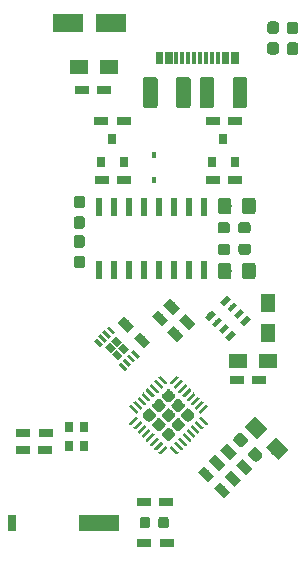
<source format=gbr>
G04 #@! TF.GenerationSoftware,KiCad,Pcbnew,(5.0.0)*
G04 #@! TF.CreationDate,2020-12-16T12:49:41+00:00*
G04 #@! TF.ProjectId,ESP-V,4553502D562E6B696361645F70636200,rev?*
G04 #@! TF.SameCoordinates,Original*
G04 #@! TF.FileFunction,Paste,Top*
G04 #@! TF.FilePolarity,Positive*
%FSLAX46Y46*%
G04 Gerber Fmt 4.6, Leading zero omitted, Abs format (unit mm)*
G04 Created by KiCad (PCBNEW (5.0.0)) date 12/16/20 12:49:41*
%MOMM*%
%LPD*%
G01*
G04 APERTURE LIST*
%ADD10R,3.500000X1.350000*%
%ADD11R,0.800000X1.350000*%
%ADD12R,2.600000X1.600000*%
%ADD13C,0.100000*%
%ADD14C,0.930000*%
%ADD15C,0.250000*%
%ADD16R,0.800000X0.900000*%
%ADD17R,0.600000X1.500000*%
%ADD18C,0.950000*%
%ADD19R,1.500000X1.250000*%
%ADD20R,1.200000X0.750000*%
%ADD21C,0.750000*%
%ADD22C,1.250000*%
%ADD23R,1.250000X1.500000*%
%ADD24C,1.150000*%
%ADD25R,0.450000X0.600000*%
%ADD26R,0.300000X1.140000*%
%ADD27C,0.875000*%
%ADD28C,0.500000*%
%ADD29C,0.400000*%
%ADD30C,0.300000*%
%ADD31C,0.580000*%
G04 APERTURE END LIST*
D10*
G04 #@! TO.C,J4*
X96750000Y-122300000D03*
D11*
X89400000Y-122300000D03*
G04 #@! TD*
D12*
G04 #@! TO.C,C1*
X94150000Y-80000000D03*
X97750000Y-80000000D03*
G04 #@! TD*
D13*
G04 #@! TO.C,U4*
G36*
X102672789Y-114266161D02*
X102695358Y-114269508D01*
X102717491Y-114275052D01*
X102738974Y-114282739D01*
X102759600Y-114292494D01*
X102779170Y-114304224D01*
X102797496Y-114317816D01*
X102814402Y-114333139D01*
X103143207Y-114661944D01*
X103158530Y-114678850D01*
X103172122Y-114697176D01*
X103183852Y-114716746D01*
X103193607Y-114737372D01*
X103201294Y-114758855D01*
X103206838Y-114780988D01*
X103210185Y-114803557D01*
X103211305Y-114826346D01*
X103210185Y-114849135D01*
X103206838Y-114871704D01*
X103201294Y-114893837D01*
X103193607Y-114915320D01*
X103183852Y-114935946D01*
X103172122Y-114955516D01*
X103158530Y-114973842D01*
X103143207Y-114990748D01*
X102814402Y-115319553D01*
X102797496Y-115334876D01*
X102779170Y-115348468D01*
X102759600Y-115360198D01*
X102738974Y-115369953D01*
X102717491Y-115377640D01*
X102695358Y-115383184D01*
X102672789Y-115386531D01*
X102650000Y-115387651D01*
X102627211Y-115386531D01*
X102604642Y-115383184D01*
X102582509Y-115377640D01*
X102561026Y-115369953D01*
X102540400Y-115360198D01*
X102520830Y-115348468D01*
X102502504Y-115334876D01*
X102485598Y-115319553D01*
X102156793Y-114990748D01*
X102141470Y-114973842D01*
X102127878Y-114955516D01*
X102116148Y-114935946D01*
X102106393Y-114915320D01*
X102098706Y-114893837D01*
X102093162Y-114871704D01*
X102089815Y-114849135D01*
X102088695Y-114826346D01*
X102089815Y-114803557D01*
X102093162Y-114780988D01*
X102098706Y-114758855D01*
X102106393Y-114737372D01*
X102116148Y-114716746D01*
X102127878Y-114697176D01*
X102141470Y-114678850D01*
X102156793Y-114661944D01*
X102485598Y-114333139D01*
X102502504Y-114317816D01*
X102520830Y-114304224D01*
X102540400Y-114292494D01*
X102561026Y-114282739D01*
X102582509Y-114275052D01*
X102604642Y-114269508D01*
X102627211Y-114266161D01*
X102650000Y-114265041D01*
X102672789Y-114266161D01*
X102672789Y-114266161D01*
G37*
D14*
X102650000Y-114826346D03*
D13*
G36*
X103485962Y-113452988D02*
X103508531Y-113456335D01*
X103530664Y-113461879D01*
X103552147Y-113469566D01*
X103572773Y-113479321D01*
X103592343Y-113491051D01*
X103610669Y-113504643D01*
X103627575Y-113519966D01*
X103956380Y-113848771D01*
X103971703Y-113865677D01*
X103985295Y-113884003D01*
X103997025Y-113903573D01*
X104006780Y-113924199D01*
X104014467Y-113945682D01*
X104020011Y-113967815D01*
X104023358Y-113990384D01*
X104024478Y-114013173D01*
X104023358Y-114035962D01*
X104020011Y-114058531D01*
X104014467Y-114080664D01*
X104006780Y-114102147D01*
X103997025Y-114122773D01*
X103985295Y-114142343D01*
X103971703Y-114160669D01*
X103956380Y-114177575D01*
X103627575Y-114506380D01*
X103610669Y-114521703D01*
X103592343Y-114535295D01*
X103572773Y-114547025D01*
X103552147Y-114556780D01*
X103530664Y-114564467D01*
X103508531Y-114570011D01*
X103485962Y-114573358D01*
X103463173Y-114574478D01*
X103440384Y-114573358D01*
X103417815Y-114570011D01*
X103395682Y-114564467D01*
X103374199Y-114556780D01*
X103353573Y-114547025D01*
X103334003Y-114535295D01*
X103315677Y-114521703D01*
X103298771Y-114506380D01*
X102969966Y-114177575D01*
X102954643Y-114160669D01*
X102941051Y-114142343D01*
X102929321Y-114122773D01*
X102919566Y-114102147D01*
X102911879Y-114080664D01*
X102906335Y-114058531D01*
X102902988Y-114035962D01*
X102901868Y-114013173D01*
X102902988Y-113990384D01*
X102906335Y-113967815D01*
X102911879Y-113945682D01*
X102919566Y-113924199D01*
X102929321Y-113903573D01*
X102941051Y-113884003D01*
X102954643Y-113865677D01*
X102969966Y-113848771D01*
X103298771Y-113519966D01*
X103315677Y-113504643D01*
X103334003Y-113491051D01*
X103353573Y-113479321D01*
X103374199Y-113469566D01*
X103395682Y-113461879D01*
X103417815Y-113456335D01*
X103440384Y-113452988D01*
X103463173Y-113451868D01*
X103485962Y-113452988D01*
X103485962Y-113452988D01*
G37*
D14*
X103463173Y-114013173D03*
D13*
G36*
X104299135Y-112639815D02*
X104321704Y-112643162D01*
X104343837Y-112648706D01*
X104365320Y-112656393D01*
X104385946Y-112666148D01*
X104405516Y-112677878D01*
X104423842Y-112691470D01*
X104440748Y-112706793D01*
X104769553Y-113035598D01*
X104784876Y-113052504D01*
X104798468Y-113070830D01*
X104810198Y-113090400D01*
X104819953Y-113111026D01*
X104827640Y-113132509D01*
X104833184Y-113154642D01*
X104836531Y-113177211D01*
X104837651Y-113200000D01*
X104836531Y-113222789D01*
X104833184Y-113245358D01*
X104827640Y-113267491D01*
X104819953Y-113288974D01*
X104810198Y-113309600D01*
X104798468Y-113329170D01*
X104784876Y-113347496D01*
X104769553Y-113364402D01*
X104440748Y-113693207D01*
X104423842Y-113708530D01*
X104405516Y-113722122D01*
X104385946Y-113733852D01*
X104365320Y-113743607D01*
X104343837Y-113751294D01*
X104321704Y-113756838D01*
X104299135Y-113760185D01*
X104276346Y-113761305D01*
X104253557Y-113760185D01*
X104230988Y-113756838D01*
X104208855Y-113751294D01*
X104187372Y-113743607D01*
X104166746Y-113733852D01*
X104147176Y-113722122D01*
X104128850Y-113708530D01*
X104111944Y-113693207D01*
X103783139Y-113364402D01*
X103767816Y-113347496D01*
X103754224Y-113329170D01*
X103742494Y-113309600D01*
X103732739Y-113288974D01*
X103725052Y-113267491D01*
X103719508Y-113245358D01*
X103716161Y-113222789D01*
X103715041Y-113200000D01*
X103716161Y-113177211D01*
X103719508Y-113154642D01*
X103725052Y-113132509D01*
X103732739Y-113111026D01*
X103742494Y-113090400D01*
X103754224Y-113070830D01*
X103767816Y-113052504D01*
X103783139Y-113035598D01*
X104111944Y-112706793D01*
X104128850Y-112691470D01*
X104147176Y-112677878D01*
X104166746Y-112666148D01*
X104187372Y-112656393D01*
X104208855Y-112648706D01*
X104230988Y-112643162D01*
X104253557Y-112639815D01*
X104276346Y-112638695D01*
X104299135Y-112639815D01*
X104299135Y-112639815D01*
G37*
D14*
X104276346Y-113200000D03*
D13*
G36*
X101859616Y-113452988D02*
X101882185Y-113456335D01*
X101904318Y-113461879D01*
X101925801Y-113469566D01*
X101946427Y-113479321D01*
X101965997Y-113491051D01*
X101984323Y-113504643D01*
X102001229Y-113519966D01*
X102330034Y-113848771D01*
X102345357Y-113865677D01*
X102358949Y-113884003D01*
X102370679Y-113903573D01*
X102380434Y-113924199D01*
X102388121Y-113945682D01*
X102393665Y-113967815D01*
X102397012Y-113990384D01*
X102398132Y-114013173D01*
X102397012Y-114035962D01*
X102393665Y-114058531D01*
X102388121Y-114080664D01*
X102380434Y-114102147D01*
X102370679Y-114122773D01*
X102358949Y-114142343D01*
X102345357Y-114160669D01*
X102330034Y-114177575D01*
X102001229Y-114506380D01*
X101984323Y-114521703D01*
X101965997Y-114535295D01*
X101946427Y-114547025D01*
X101925801Y-114556780D01*
X101904318Y-114564467D01*
X101882185Y-114570011D01*
X101859616Y-114573358D01*
X101836827Y-114574478D01*
X101814038Y-114573358D01*
X101791469Y-114570011D01*
X101769336Y-114564467D01*
X101747853Y-114556780D01*
X101727227Y-114547025D01*
X101707657Y-114535295D01*
X101689331Y-114521703D01*
X101672425Y-114506380D01*
X101343620Y-114177575D01*
X101328297Y-114160669D01*
X101314705Y-114142343D01*
X101302975Y-114122773D01*
X101293220Y-114102147D01*
X101285533Y-114080664D01*
X101279989Y-114058531D01*
X101276642Y-114035962D01*
X101275522Y-114013173D01*
X101276642Y-113990384D01*
X101279989Y-113967815D01*
X101285533Y-113945682D01*
X101293220Y-113924199D01*
X101302975Y-113903573D01*
X101314705Y-113884003D01*
X101328297Y-113865677D01*
X101343620Y-113848771D01*
X101672425Y-113519966D01*
X101689331Y-113504643D01*
X101707657Y-113491051D01*
X101727227Y-113479321D01*
X101747853Y-113469566D01*
X101769336Y-113461879D01*
X101791469Y-113456335D01*
X101814038Y-113452988D01*
X101836827Y-113451868D01*
X101859616Y-113452988D01*
X101859616Y-113452988D01*
G37*
D14*
X101836827Y-114013173D03*
D13*
G36*
X102672789Y-112639815D02*
X102695358Y-112643162D01*
X102717491Y-112648706D01*
X102738974Y-112656393D01*
X102759600Y-112666148D01*
X102779170Y-112677878D01*
X102797496Y-112691470D01*
X102814402Y-112706793D01*
X103143207Y-113035598D01*
X103158530Y-113052504D01*
X103172122Y-113070830D01*
X103183852Y-113090400D01*
X103193607Y-113111026D01*
X103201294Y-113132509D01*
X103206838Y-113154642D01*
X103210185Y-113177211D01*
X103211305Y-113200000D01*
X103210185Y-113222789D01*
X103206838Y-113245358D01*
X103201294Y-113267491D01*
X103193607Y-113288974D01*
X103183852Y-113309600D01*
X103172122Y-113329170D01*
X103158530Y-113347496D01*
X103143207Y-113364402D01*
X102814402Y-113693207D01*
X102797496Y-113708530D01*
X102779170Y-113722122D01*
X102759600Y-113733852D01*
X102738974Y-113743607D01*
X102717491Y-113751294D01*
X102695358Y-113756838D01*
X102672789Y-113760185D01*
X102650000Y-113761305D01*
X102627211Y-113760185D01*
X102604642Y-113756838D01*
X102582509Y-113751294D01*
X102561026Y-113743607D01*
X102540400Y-113733852D01*
X102520830Y-113722122D01*
X102502504Y-113708530D01*
X102485598Y-113693207D01*
X102156793Y-113364402D01*
X102141470Y-113347496D01*
X102127878Y-113329170D01*
X102116148Y-113309600D01*
X102106393Y-113288974D01*
X102098706Y-113267491D01*
X102093162Y-113245358D01*
X102089815Y-113222789D01*
X102088695Y-113200000D01*
X102089815Y-113177211D01*
X102093162Y-113154642D01*
X102098706Y-113132509D01*
X102106393Y-113111026D01*
X102116148Y-113090400D01*
X102127878Y-113070830D01*
X102141470Y-113052504D01*
X102156793Y-113035598D01*
X102485598Y-112706793D01*
X102502504Y-112691470D01*
X102520830Y-112677878D01*
X102540400Y-112666148D01*
X102561026Y-112656393D01*
X102582509Y-112648706D01*
X102604642Y-112643162D01*
X102627211Y-112639815D01*
X102650000Y-112638695D01*
X102672789Y-112639815D01*
X102672789Y-112639815D01*
G37*
D14*
X102650000Y-113200000D03*
D13*
G36*
X103485962Y-111826642D02*
X103508531Y-111829989D01*
X103530664Y-111835533D01*
X103552147Y-111843220D01*
X103572773Y-111852975D01*
X103592343Y-111864705D01*
X103610669Y-111878297D01*
X103627575Y-111893620D01*
X103956380Y-112222425D01*
X103971703Y-112239331D01*
X103985295Y-112257657D01*
X103997025Y-112277227D01*
X104006780Y-112297853D01*
X104014467Y-112319336D01*
X104020011Y-112341469D01*
X104023358Y-112364038D01*
X104024478Y-112386827D01*
X104023358Y-112409616D01*
X104020011Y-112432185D01*
X104014467Y-112454318D01*
X104006780Y-112475801D01*
X103997025Y-112496427D01*
X103985295Y-112515997D01*
X103971703Y-112534323D01*
X103956380Y-112551229D01*
X103627575Y-112880034D01*
X103610669Y-112895357D01*
X103592343Y-112908949D01*
X103572773Y-112920679D01*
X103552147Y-112930434D01*
X103530664Y-112938121D01*
X103508531Y-112943665D01*
X103485962Y-112947012D01*
X103463173Y-112948132D01*
X103440384Y-112947012D01*
X103417815Y-112943665D01*
X103395682Y-112938121D01*
X103374199Y-112930434D01*
X103353573Y-112920679D01*
X103334003Y-112908949D01*
X103315677Y-112895357D01*
X103298771Y-112880034D01*
X102969966Y-112551229D01*
X102954643Y-112534323D01*
X102941051Y-112515997D01*
X102929321Y-112496427D01*
X102919566Y-112475801D01*
X102911879Y-112454318D01*
X102906335Y-112432185D01*
X102902988Y-112409616D01*
X102901868Y-112386827D01*
X102902988Y-112364038D01*
X102906335Y-112341469D01*
X102911879Y-112319336D01*
X102919566Y-112297853D01*
X102929321Y-112277227D01*
X102941051Y-112257657D01*
X102954643Y-112239331D01*
X102969966Y-112222425D01*
X103298771Y-111893620D01*
X103315677Y-111878297D01*
X103334003Y-111864705D01*
X103353573Y-111852975D01*
X103374199Y-111843220D01*
X103395682Y-111835533D01*
X103417815Y-111829989D01*
X103440384Y-111826642D01*
X103463173Y-111825522D01*
X103485962Y-111826642D01*
X103485962Y-111826642D01*
G37*
D14*
X103463173Y-112386827D03*
D13*
G36*
X101046443Y-112639815D02*
X101069012Y-112643162D01*
X101091145Y-112648706D01*
X101112628Y-112656393D01*
X101133254Y-112666148D01*
X101152824Y-112677878D01*
X101171150Y-112691470D01*
X101188056Y-112706793D01*
X101516861Y-113035598D01*
X101532184Y-113052504D01*
X101545776Y-113070830D01*
X101557506Y-113090400D01*
X101567261Y-113111026D01*
X101574948Y-113132509D01*
X101580492Y-113154642D01*
X101583839Y-113177211D01*
X101584959Y-113200000D01*
X101583839Y-113222789D01*
X101580492Y-113245358D01*
X101574948Y-113267491D01*
X101567261Y-113288974D01*
X101557506Y-113309600D01*
X101545776Y-113329170D01*
X101532184Y-113347496D01*
X101516861Y-113364402D01*
X101188056Y-113693207D01*
X101171150Y-113708530D01*
X101152824Y-113722122D01*
X101133254Y-113733852D01*
X101112628Y-113743607D01*
X101091145Y-113751294D01*
X101069012Y-113756838D01*
X101046443Y-113760185D01*
X101023654Y-113761305D01*
X101000865Y-113760185D01*
X100978296Y-113756838D01*
X100956163Y-113751294D01*
X100934680Y-113743607D01*
X100914054Y-113733852D01*
X100894484Y-113722122D01*
X100876158Y-113708530D01*
X100859252Y-113693207D01*
X100530447Y-113364402D01*
X100515124Y-113347496D01*
X100501532Y-113329170D01*
X100489802Y-113309600D01*
X100480047Y-113288974D01*
X100472360Y-113267491D01*
X100466816Y-113245358D01*
X100463469Y-113222789D01*
X100462349Y-113200000D01*
X100463469Y-113177211D01*
X100466816Y-113154642D01*
X100472360Y-113132509D01*
X100480047Y-113111026D01*
X100489802Y-113090400D01*
X100501532Y-113070830D01*
X100515124Y-113052504D01*
X100530447Y-113035598D01*
X100859252Y-112706793D01*
X100876158Y-112691470D01*
X100894484Y-112677878D01*
X100914054Y-112666148D01*
X100934680Y-112656393D01*
X100956163Y-112648706D01*
X100978296Y-112643162D01*
X101000865Y-112639815D01*
X101023654Y-112638695D01*
X101046443Y-112639815D01*
X101046443Y-112639815D01*
G37*
D14*
X101023654Y-113200000D03*
D13*
G36*
X101859616Y-111826642D02*
X101882185Y-111829989D01*
X101904318Y-111835533D01*
X101925801Y-111843220D01*
X101946427Y-111852975D01*
X101965997Y-111864705D01*
X101984323Y-111878297D01*
X102001229Y-111893620D01*
X102330034Y-112222425D01*
X102345357Y-112239331D01*
X102358949Y-112257657D01*
X102370679Y-112277227D01*
X102380434Y-112297853D01*
X102388121Y-112319336D01*
X102393665Y-112341469D01*
X102397012Y-112364038D01*
X102398132Y-112386827D01*
X102397012Y-112409616D01*
X102393665Y-112432185D01*
X102388121Y-112454318D01*
X102380434Y-112475801D01*
X102370679Y-112496427D01*
X102358949Y-112515997D01*
X102345357Y-112534323D01*
X102330034Y-112551229D01*
X102001229Y-112880034D01*
X101984323Y-112895357D01*
X101965997Y-112908949D01*
X101946427Y-112920679D01*
X101925801Y-112930434D01*
X101904318Y-112938121D01*
X101882185Y-112943665D01*
X101859616Y-112947012D01*
X101836827Y-112948132D01*
X101814038Y-112947012D01*
X101791469Y-112943665D01*
X101769336Y-112938121D01*
X101747853Y-112930434D01*
X101727227Y-112920679D01*
X101707657Y-112908949D01*
X101689331Y-112895357D01*
X101672425Y-112880034D01*
X101343620Y-112551229D01*
X101328297Y-112534323D01*
X101314705Y-112515997D01*
X101302975Y-112496427D01*
X101293220Y-112475801D01*
X101285533Y-112454318D01*
X101279989Y-112432185D01*
X101276642Y-112409616D01*
X101275522Y-112386827D01*
X101276642Y-112364038D01*
X101279989Y-112341469D01*
X101285533Y-112319336D01*
X101293220Y-112297853D01*
X101302975Y-112277227D01*
X101314705Y-112257657D01*
X101328297Y-112239331D01*
X101343620Y-112222425D01*
X101672425Y-111893620D01*
X101689331Y-111878297D01*
X101707657Y-111864705D01*
X101727227Y-111852975D01*
X101747853Y-111843220D01*
X101769336Y-111835533D01*
X101791469Y-111829989D01*
X101814038Y-111826642D01*
X101836827Y-111825522D01*
X101859616Y-111826642D01*
X101859616Y-111826642D01*
G37*
D14*
X101836827Y-112386827D03*
D13*
G36*
X102672789Y-111013469D02*
X102695358Y-111016816D01*
X102717491Y-111022360D01*
X102738974Y-111030047D01*
X102759600Y-111039802D01*
X102779170Y-111051532D01*
X102797496Y-111065124D01*
X102814402Y-111080447D01*
X103143207Y-111409252D01*
X103158530Y-111426158D01*
X103172122Y-111444484D01*
X103183852Y-111464054D01*
X103193607Y-111484680D01*
X103201294Y-111506163D01*
X103206838Y-111528296D01*
X103210185Y-111550865D01*
X103211305Y-111573654D01*
X103210185Y-111596443D01*
X103206838Y-111619012D01*
X103201294Y-111641145D01*
X103193607Y-111662628D01*
X103183852Y-111683254D01*
X103172122Y-111702824D01*
X103158530Y-111721150D01*
X103143207Y-111738056D01*
X102814402Y-112066861D01*
X102797496Y-112082184D01*
X102779170Y-112095776D01*
X102759600Y-112107506D01*
X102738974Y-112117261D01*
X102717491Y-112124948D01*
X102695358Y-112130492D01*
X102672789Y-112133839D01*
X102650000Y-112134959D01*
X102627211Y-112133839D01*
X102604642Y-112130492D01*
X102582509Y-112124948D01*
X102561026Y-112117261D01*
X102540400Y-112107506D01*
X102520830Y-112095776D01*
X102502504Y-112082184D01*
X102485598Y-112066861D01*
X102156793Y-111738056D01*
X102141470Y-111721150D01*
X102127878Y-111702824D01*
X102116148Y-111683254D01*
X102106393Y-111662628D01*
X102098706Y-111641145D01*
X102093162Y-111619012D01*
X102089815Y-111596443D01*
X102088695Y-111573654D01*
X102089815Y-111550865D01*
X102093162Y-111528296D01*
X102098706Y-111506163D01*
X102106393Y-111484680D01*
X102116148Y-111464054D01*
X102127878Y-111444484D01*
X102141470Y-111426158D01*
X102156793Y-111409252D01*
X102485598Y-111080447D01*
X102502504Y-111065124D01*
X102520830Y-111051532D01*
X102540400Y-111039802D01*
X102561026Y-111030047D01*
X102582509Y-111022360D01*
X102604642Y-111016816D01*
X102627211Y-111013469D01*
X102650000Y-111012349D01*
X102672789Y-111013469D01*
X102672789Y-111013469D01*
G37*
D14*
X102650000Y-111573654D03*
D13*
G36*
X102921291Y-115789452D02*
X102927358Y-115790352D01*
X102933308Y-115791842D01*
X102939083Y-115793909D01*
X102944627Y-115796531D01*
X102949888Y-115799684D01*
X102954815Y-115803338D01*
X102959359Y-115807457D01*
X103489689Y-116337787D01*
X103493808Y-116342331D01*
X103497462Y-116347258D01*
X103500615Y-116352519D01*
X103503237Y-116358063D01*
X103505304Y-116363838D01*
X103506794Y-116369788D01*
X103507694Y-116375855D01*
X103507995Y-116381981D01*
X103507694Y-116388107D01*
X103506794Y-116394174D01*
X103505304Y-116400124D01*
X103503237Y-116405899D01*
X103500615Y-116411443D01*
X103497462Y-116416704D01*
X103493808Y-116421631D01*
X103489689Y-116426175D01*
X103401301Y-116514563D01*
X103396757Y-116518682D01*
X103391830Y-116522336D01*
X103386569Y-116525489D01*
X103381025Y-116528111D01*
X103375250Y-116530178D01*
X103369300Y-116531668D01*
X103363233Y-116532568D01*
X103357107Y-116532869D01*
X103350981Y-116532568D01*
X103344914Y-116531668D01*
X103338964Y-116530178D01*
X103333189Y-116528111D01*
X103327645Y-116525489D01*
X103322384Y-116522336D01*
X103317457Y-116518682D01*
X103312913Y-116514563D01*
X102782583Y-115984233D01*
X102778464Y-115979689D01*
X102774810Y-115974762D01*
X102771657Y-115969501D01*
X102769035Y-115963957D01*
X102766968Y-115958182D01*
X102765478Y-115952232D01*
X102764578Y-115946165D01*
X102764277Y-115940039D01*
X102764578Y-115933913D01*
X102765478Y-115927846D01*
X102766968Y-115921896D01*
X102769035Y-115916121D01*
X102771657Y-115910577D01*
X102774810Y-115905316D01*
X102778464Y-115900389D01*
X102782583Y-115895845D01*
X102870971Y-115807457D01*
X102875515Y-115803338D01*
X102880442Y-115799684D01*
X102885703Y-115796531D01*
X102891247Y-115793909D01*
X102897022Y-115791842D01*
X102902972Y-115790352D01*
X102909039Y-115789452D01*
X102915165Y-115789151D01*
X102921291Y-115789452D01*
X102921291Y-115789452D01*
G37*
D15*
X103136136Y-116161010D03*
D13*
G36*
X103274844Y-115435898D02*
X103280911Y-115436798D01*
X103286861Y-115438288D01*
X103292636Y-115440355D01*
X103298180Y-115442977D01*
X103303441Y-115446130D01*
X103308368Y-115449784D01*
X103312912Y-115453903D01*
X103843242Y-115984233D01*
X103847361Y-115988777D01*
X103851015Y-115993704D01*
X103854168Y-115998965D01*
X103856790Y-116004509D01*
X103858857Y-116010284D01*
X103860347Y-116016234D01*
X103861247Y-116022301D01*
X103861548Y-116028427D01*
X103861247Y-116034553D01*
X103860347Y-116040620D01*
X103858857Y-116046570D01*
X103856790Y-116052345D01*
X103854168Y-116057889D01*
X103851015Y-116063150D01*
X103847361Y-116068077D01*
X103843242Y-116072621D01*
X103754854Y-116161009D01*
X103750310Y-116165128D01*
X103745383Y-116168782D01*
X103740122Y-116171935D01*
X103734578Y-116174557D01*
X103728803Y-116176624D01*
X103722853Y-116178114D01*
X103716786Y-116179014D01*
X103710660Y-116179315D01*
X103704534Y-116179014D01*
X103698467Y-116178114D01*
X103692517Y-116176624D01*
X103686742Y-116174557D01*
X103681198Y-116171935D01*
X103675937Y-116168782D01*
X103671010Y-116165128D01*
X103666466Y-116161009D01*
X103136136Y-115630679D01*
X103132017Y-115626135D01*
X103128363Y-115621208D01*
X103125210Y-115615947D01*
X103122588Y-115610403D01*
X103120521Y-115604628D01*
X103119031Y-115598678D01*
X103118131Y-115592611D01*
X103117830Y-115586485D01*
X103118131Y-115580359D01*
X103119031Y-115574292D01*
X103120521Y-115568342D01*
X103122588Y-115562567D01*
X103125210Y-115557023D01*
X103128363Y-115551762D01*
X103132017Y-115546835D01*
X103136136Y-115542291D01*
X103224524Y-115453903D01*
X103229068Y-115449784D01*
X103233995Y-115446130D01*
X103239256Y-115442977D01*
X103244800Y-115440355D01*
X103250575Y-115438288D01*
X103256525Y-115436798D01*
X103262592Y-115435898D01*
X103268718Y-115435597D01*
X103274844Y-115435898D01*
X103274844Y-115435898D01*
G37*
D15*
X103489689Y-115807456D03*
D13*
G36*
X103628398Y-115082345D02*
X103634465Y-115083245D01*
X103640415Y-115084735D01*
X103646190Y-115086802D01*
X103651734Y-115089424D01*
X103656995Y-115092577D01*
X103661922Y-115096231D01*
X103666466Y-115100350D01*
X104196796Y-115630680D01*
X104200915Y-115635224D01*
X104204569Y-115640151D01*
X104207722Y-115645412D01*
X104210344Y-115650956D01*
X104212411Y-115656731D01*
X104213901Y-115662681D01*
X104214801Y-115668748D01*
X104215102Y-115674874D01*
X104214801Y-115681000D01*
X104213901Y-115687067D01*
X104212411Y-115693017D01*
X104210344Y-115698792D01*
X104207722Y-115704336D01*
X104204569Y-115709597D01*
X104200915Y-115714524D01*
X104196796Y-115719068D01*
X104108408Y-115807456D01*
X104103864Y-115811575D01*
X104098937Y-115815229D01*
X104093676Y-115818382D01*
X104088132Y-115821004D01*
X104082357Y-115823071D01*
X104076407Y-115824561D01*
X104070340Y-115825461D01*
X104064214Y-115825762D01*
X104058088Y-115825461D01*
X104052021Y-115824561D01*
X104046071Y-115823071D01*
X104040296Y-115821004D01*
X104034752Y-115818382D01*
X104029491Y-115815229D01*
X104024564Y-115811575D01*
X104020020Y-115807456D01*
X103489690Y-115277126D01*
X103485571Y-115272582D01*
X103481917Y-115267655D01*
X103478764Y-115262394D01*
X103476142Y-115256850D01*
X103474075Y-115251075D01*
X103472585Y-115245125D01*
X103471685Y-115239058D01*
X103471384Y-115232932D01*
X103471685Y-115226806D01*
X103472585Y-115220739D01*
X103474075Y-115214789D01*
X103476142Y-115209014D01*
X103478764Y-115203470D01*
X103481917Y-115198209D01*
X103485571Y-115193282D01*
X103489690Y-115188738D01*
X103578078Y-115100350D01*
X103582622Y-115096231D01*
X103587549Y-115092577D01*
X103592810Y-115089424D01*
X103598354Y-115086802D01*
X103604129Y-115084735D01*
X103610079Y-115083245D01*
X103616146Y-115082345D01*
X103622272Y-115082044D01*
X103628398Y-115082345D01*
X103628398Y-115082345D01*
G37*
D15*
X103843243Y-115453903D03*
D13*
G36*
X103981951Y-114728791D02*
X103988018Y-114729691D01*
X103993968Y-114731181D01*
X103999743Y-114733248D01*
X104005287Y-114735870D01*
X104010548Y-114739023D01*
X104015475Y-114742677D01*
X104020019Y-114746796D01*
X104550349Y-115277126D01*
X104554468Y-115281670D01*
X104558122Y-115286597D01*
X104561275Y-115291858D01*
X104563897Y-115297402D01*
X104565964Y-115303177D01*
X104567454Y-115309127D01*
X104568354Y-115315194D01*
X104568655Y-115321320D01*
X104568354Y-115327446D01*
X104567454Y-115333513D01*
X104565964Y-115339463D01*
X104563897Y-115345238D01*
X104561275Y-115350782D01*
X104558122Y-115356043D01*
X104554468Y-115360970D01*
X104550349Y-115365514D01*
X104461961Y-115453902D01*
X104457417Y-115458021D01*
X104452490Y-115461675D01*
X104447229Y-115464828D01*
X104441685Y-115467450D01*
X104435910Y-115469517D01*
X104429960Y-115471007D01*
X104423893Y-115471907D01*
X104417767Y-115472208D01*
X104411641Y-115471907D01*
X104405574Y-115471007D01*
X104399624Y-115469517D01*
X104393849Y-115467450D01*
X104388305Y-115464828D01*
X104383044Y-115461675D01*
X104378117Y-115458021D01*
X104373573Y-115453902D01*
X103843243Y-114923572D01*
X103839124Y-114919028D01*
X103835470Y-114914101D01*
X103832317Y-114908840D01*
X103829695Y-114903296D01*
X103827628Y-114897521D01*
X103826138Y-114891571D01*
X103825238Y-114885504D01*
X103824937Y-114879378D01*
X103825238Y-114873252D01*
X103826138Y-114867185D01*
X103827628Y-114861235D01*
X103829695Y-114855460D01*
X103832317Y-114849916D01*
X103835470Y-114844655D01*
X103839124Y-114839728D01*
X103843243Y-114835184D01*
X103931631Y-114746796D01*
X103936175Y-114742677D01*
X103941102Y-114739023D01*
X103946363Y-114735870D01*
X103951907Y-114733248D01*
X103957682Y-114731181D01*
X103963632Y-114729691D01*
X103969699Y-114728791D01*
X103975825Y-114728490D01*
X103981951Y-114728791D01*
X103981951Y-114728791D01*
G37*
D15*
X104196796Y-115100349D03*
D13*
G36*
X104335504Y-114375238D02*
X104341571Y-114376138D01*
X104347521Y-114377628D01*
X104353296Y-114379695D01*
X104358840Y-114382317D01*
X104364101Y-114385470D01*
X104369028Y-114389124D01*
X104373572Y-114393243D01*
X104903902Y-114923573D01*
X104908021Y-114928117D01*
X104911675Y-114933044D01*
X104914828Y-114938305D01*
X104917450Y-114943849D01*
X104919517Y-114949624D01*
X104921007Y-114955574D01*
X104921907Y-114961641D01*
X104922208Y-114967767D01*
X104921907Y-114973893D01*
X104921007Y-114979960D01*
X104919517Y-114985910D01*
X104917450Y-114991685D01*
X104914828Y-114997229D01*
X104911675Y-115002490D01*
X104908021Y-115007417D01*
X104903902Y-115011961D01*
X104815514Y-115100349D01*
X104810970Y-115104468D01*
X104806043Y-115108122D01*
X104800782Y-115111275D01*
X104795238Y-115113897D01*
X104789463Y-115115964D01*
X104783513Y-115117454D01*
X104777446Y-115118354D01*
X104771320Y-115118655D01*
X104765194Y-115118354D01*
X104759127Y-115117454D01*
X104753177Y-115115964D01*
X104747402Y-115113897D01*
X104741858Y-115111275D01*
X104736597Y-115108122D01*
X104731670Y-115104468D01*
X104727126Y-115100349D01*
X104196796Y-114570019D01*
X104192677Y-114565475D01*
X104189023Y-114560548D01*
X104185870Y-114555287D01*
X104183248Y-114549743D01*
X104181181Y-114543968D01*
X104179691Y-114538018D01*
X104178791Y-114531951D01*
X104178490Y-114525825D01*
X104178791Y-114519699D01*
X104179691Y-114513632D01*
X104181181Y-114507682D01*
X104183248Y-114501907D01*
X104185870Y-114496363D01*
X104189023Y-114491102D01*
X104192677Y-114486175D01*
X104196796Y-114481631D01*
X104285184Y-114393243D01*
X104289728Y-114389124D01*
X104294655Y-114385470D01*
X104299916Y-114382317D01*
X104305460Y-114379695D01*
X104311235Y-114377628D01*
X104317185Y-114376138D01*
X104323252Y-114375238D01*
X104329378Y-114374937D01*
X104335504Y-114375238D01*
X104335504Y-114375238D01*
G37*
D15*
X104550349Y-114746796D03*
D13*
G36*
X104689058Y-114021685D02*
X104695125Y-114022585D01*
X104701075Y-114024075D01*
X104706850Y-114026142D01*
X104712394Y-114028764D01*
X104717655Y-114031917D01*
X104722582Y-114035571D01*
X104727126Y-114039690D01*
X105257456Y-114570020D01*
X105261575Y-114574564D01*
X105265229Y-114579491D01*
X105268382Y-114584752D01*
X105271004Y-114590296D01*
X105273071Y-114596071D01*
X105274561Y-114602021D01*
X105275461Y-114608088D01*
X105275762Y-114614214D01*
X105275461Y-114620340D01*
X105274561Y-114626407D01*
X105273071Y-114632357D01*
X105271004Y-114638132D01*
X105268382Y-114643676D01*
X105265229Y-114648937D01*
X105261575Y-114653864D01*
X105257456Y-114658408D01*
X105169068Y-114746796D01*
X105164524Y-114750915D01*
X105159597Y-114754569D01*
X105154336Y-114757722D01*
X105148792Y-114760344D01*
X105143017Y-114762411D01*
X105137067Y-114763901D01*
X105131000Y-114764801D01*
X105124874Y-114765102D01*
X105118748Y-114764801D01*
X105112681Y-114763901D01*
X105106731Y-114762411D01*
X105100956Y-114760344D01*
X105095412Y-114757722D01*
X105090151Y-114754569D01*
X105085224Y-114750915D01*
X105080680Y-114746796D01*
X104550350Y-114216466D01*
X104546231Y-114211922D01*
X104542577Y-114206995D01*
X104539424Y-114201734D01*
X104536802Y-114196190D01*
X104534735Y-114190415D01*
X104533245Y-114184465D01*
X104532345Y-114178398D01*
X104532044Y-114172272D01*
X104532345Y-114166146D01*
X104533245Y-114160079D01*
X104534735Y-114154129D01*
X104536802Y-114148354D01*
X104539424Y-114142810D01*
X104542577Y-114137549D01*
X104546231Y-114132622D01*
X104550350Y-114128078D01*
X104638738Y-114039690D01*
X104643282Y-114035571D01*
X104648209Y-114031917D01*
X104653470Y-114028764D01*
X104659014Y-114026142D01*
X104664789Y-114024075D01*
X104670739Y-114022585D01*
X104676806Y-114021685D01*
X104682932Y-114021384D01*
X104689058Y-114021685D01*
X104689058Y-114021685D01*
G37*
D15*
X104903903Y-114393243D03*
D13*
G36*
X105042611Y-113668131D02*
X105048678Y-113669031D01*
X105054628Y-113670521D01*
X105060403Y-113672588D01*
X105065947Y-113675210D01*
X105071208Y-113678363D01*
X105076135Y-113682017D01*
X105080679Y-113686136D01*
X105611009Y-114216466D01*
X105615128Y-114221010D01*
X105618782Y-114225937D01*
X105621935Y-114231198D01*
X105624557Y-114236742D01*
X105626624Y-114242517D01*
X105628114Y-114248467D01*
X105629014Y-114254534D01*
X105629315Y-114260660D01*
X105629014Y-114266786D01*
X105628114Y-114272853D01*
X105626624Y-114278803D01*
X105624557Y-114284578D01*
X105621935Y-114290122D01*
X105618782Y-114295383D01*
X105615128Y-114300310D01*
X105611009Y-114304854D01*
X105522621Y-114393242D01*
X105518077Y-114397361D01*
X105513150Y-114401015D01*
X105507889Y-114404168D01*
X105502345Y-114406790D01*
X105496570Y-114408857D01*
X105490620Y-114410347D01*
X105484553Y-114411247D01*
X105478427Y-114411548D01*
X105472301Y-114411247D01*
X105466234Y-114410347D01*
X105460284Y-114408857D01*
X105454509Y-114406790D01*
X105448965Y-114404168D01*
X105443704Y-114401015D01*
X105438777Y-114397361D01*
X105434233Y-114393242D01*
X104903903Y-113862912D01*
X104899784Y-113858368D01*
X104896130Y-113853441D01*
X104892977Y-113848180D01*
X104890355Y-113842636D01*
X104888288Y-113836861D01*
X104886798Y-113830911D01*
X104885898Y-113824844D01*
X104885597Y-113818718D01*
X104885898Y-113812592D01*
X104886798Y-113806525D01*
X104888288Y-113800575D01*
X104890355Y-113794800D01*
X104892977Y-113789256D01*
X104896130Y-113783995D01*
X104899784Y-113779068D01*
X104903903Y-113774524D01*
X104992291Y-113686136D01*
X104996835Y-113682017D01*
X105001762Y-113678363D01*
X105007023Y-113675210D01*
X105012567Y-113672588D01*
X105018342Y-113670521D01*
X105024292Y-113669031D01*
X105030359Y-113668131D01*
X105036485Y-113667830D01*
X105042611Y-113668131D01*
X105042611Y-113668131D01*
G37*
D15*
X105257456Y-114039689D03*
D13*
G36*
X105396165Y-113314578D02*
X105402232Y-113315478D01*
X105408182Y-113316968D01*
X105413957Y-113319035D01*
X105419501Y-113321657D01*
X105424762Y-113324810D01*
X105429689Y-113328464D01*
X105434233Y-113332583D01*
X105964563Y-113862913D01*
X105968682Y-113867457D01*
X105972336Y-113872384D01*
X105975489Y-113877645D01*
X105978111Y-113883189D01*
X105980178Y-113888964D01*
X105981668Y-113894914D01*
X105982568Y-113900981D01*
X105982869Y-113907107D01*
X105982568Y-113913233D01*
X105981668Y-113919300D01*
X105980178Y-113925250D01*
X105978111Y-113931025D01*
X105975489Y-113936569D01*
X105972336Y-113941830D01*
X105968682Y-113946757D01*
X105964563Y-113951301D01*
X105876175Y-114039689D01*
X105871631Y-114043808D01*
X105866704Y-114047462D01*
X105861443Y-114050615D01*
X105855899Y-114053237D01*
X105850124Y-114055304D01*
X105844174Y-114056794D01*
X105838107Y-114057694D01*
X105831981Y-114057995D01*
X105825855Y-114057694D01*
X105819788Y-114056794D01*
X105813838Y-114055304D01*
X105808063Y-114053237D01*
X105802519Y-114050615D01*
X105797258Y-114047462D01*
X105792331Y-114043808D01*
X105787787Y-114039689D01*
X105257457Y-113509359D01*
X105253338Y-113504815D01*
X105249684Y-113499888D01*
X105246531Y-113494627D01*
X105243909Y-113489083D01*
X105241842Y-113483308D01*
X105240352Y-113477358D01*
X105239452Y-113471291D01*
X105239151Y-113465165D01*
X105239452Y-113459039D01*
X105240352Y-113452972D01*
X105241842Y-113447022D01*
X105243909Y-113441247D01*
X105246531Y-113435703D01*
X105249684Y-113430442D01*
X105253338Y-113425515D01*
X105257457Y-113420971D01*
X105345845Y-113332583D01*
X105350389Y-113328464D01*
X105355316Y-113324810D01*
X105360577Y-113321657D01*
X105366121Y-113319035D01*
X105371896Y-113316968D01*
X105377846Y-113315478D01*
X105383913Y-113314578D01*
X105390039Y-113314277D01*
X105396165Y-113314578D01*
X105396165Y-113314578D01*
G37*
D15*
X105611010Y-113686136D03*
D13*
G36*
X105838107Y-112342306D02*
X105844174Y-112343206D01*
X105850124Y-112344696D01*
X105855899Y-112346763D01*
X105861443Y-112349385D01*
X105866704Y-112352538D01*
X105871631Y-112356192D01*
X105876175Y-112360311D01*
X105964563Y-112448699D01*
X105968682Y-112453243D01*
X105972336Y-112458170D01*
X105975489Y-112463431D01*
X105978111Y-112468975D01*
X105980178Y-112474750D01*
X105981668Y-112480700D01*
X105982568Y-112486767D01*
X105982869Y-112492893D01*
X105982568Y-112499019D01*
X105981668Y-112505086D01*
X105980178Y-112511036D01*
X105978111Y-112516811D01*
X105975489Y-112522355D01*
X105972336Y-112527616D01*
X105968682Y-112532543D01*
X105964563Y-112537087D01*
X105434233Y-113067417D01*
X105429689Y-113071536D01*
X105424762Y-113075190D01*
X105419501Y-113078343D01*
X105413957Y-113080965D01*
X105408182Y-113083032D01*
X105402232Y-113084522D01*
X105396165Y-113085422D01*
X105390039Y-113085723D01*
X105383913Y-113085422D01*
X105377846Y-113084522D01*
X105371896Y-113083032D01*
X105366121Y-113080965D01*
X105360577Y-113078343D01*
X105355316Y-113075190D01*
X105350389Y-113071536D01*
X105345845Y-113067417D01*
X105257457Y-112979029D01*
X105253338Y-112974485D01*
X105249684Y-112969558D01*
X105246531Y-112964297D01*
X105243909Y-112958753D01*
X105241842Y-112952978D01*
X105240352Y-112947028D01*
X105239452Y-112940961D01*
X105239151Y-112934835D01*
X105239452Y-112928709D01*
X105240352Y-112922642D01*
X105241842Y-112916692D01*
X105243909Y-112910917D01*
X105246531Y-112905373D01*
X105249684Y-112900112D01*
X105253338Y-112895185D01*
X105257457Y-112890641D01*
X105787787Y-112360311D01*
X105792331Y-112356192D01*
X105797258Y-112352538D01*
X105802519Y-112349385D01*
X105808063Y-112346763D01*
X105813838Y-112344696D01*
X105819788Y-112343206D01*
X105825855Y-112342306D01*
X105831981Y-112342005D01*
X105838107Y-112342306D01*
X105838107Y-112342306D01*
G37*
D15*
X105611010Y-112713864D03*
D13*
G36*
X105484553Y-111988753D02*
X105490620Y-111989653D01*
X105496570Y-111991143D01*
X105502345Y-111993210D01*
X105507889Y-111995832D01*
X105513150Y-111998985D01*
X105518077Y-112002639D01*
X105522621Y-112006758D01*
X105611009Y-112095146D01*
X105615128Y-112099690D01*
X105618782Y-112104617D01*
X105621935Y-112109878D01*
X105624557Y-112115422D01*
X105626624Y-112121197D01*
X105628114Y-112127147D01*
X105629014Y-112133214D01*
X105629315Y-112139340D01*
X105629014Y-112145466D01*
X105628114Y-112151533D01*
X105626624Y-112157483D01*
X105624557Y-112163258D01*
X105621935Y-112168802D01*
X105618782Y-112174063D01*
X105615128Y-112178990D01*
X105611009Y-112183534D01*
X105080679Y-112713864D01*
X105076135Y-112717983D01*
X105071208Y-112721637D01*
X105065947Y-112724790D01*
X105060403Y-112727412D01*
X105054628Y-112729479D01*
X105048678Y-112730969D01*
X105042611Y-112731869D01*
X105036485Y-112732170D01*
X105030359Y-112731869D01*
X105024292Y-112730969D01*
X105018342Y-112729479D01*
X105012567Y-112727412D01*
X105007023Y-112724790D01*
X105001762Y-112721637D01*
X104996835Y-112717983D01*
X104992291Y-112713864D01*
X104903903Y-112625476D01*
X104899784Y-112620932D01*
X104896130Y-112616005D01*
X104892977Y-112610744D01*
X104890355Y-112605200D01*
X104888288Y-112599425D01*
X104886798Y-112593475D01*
X104885898Y-112587408D01*
X104885597Y-112581282D01*
X104885898Y-112575156D01*
X104886798Y-112569089D01*
X104888288Y-112563139D01*
X104890355Y-112557364D01*
X104892977Y-112551820D01*
X104896130Y-112546559D01*
X104899784Y-112541632D01*
X104903903Y-112537088D01*
X105434233Y-112006758D01*
X105438777Y-112002639D01*
X105443704Y-111998985D01*
X105448965Y-111995832D01*
X105454509Y-111993210D01*
X105460284Y-111991143D01*
X105466234Y-111989653D01*
X105472301Y-111988753D01*
X105478427Y-111988452D01*
X105484553Y-111988753D01*
X105484553Y-111988753D01*
G37*
D15*
X105257456Y-112360311D03*
D13*
G36*
X105131000Y-111635199D02*
X105137067Y-111636099D01*
X105143017Y-111637589D01*
X105148792Y-111639656D01*
X105154336Y-111642278D01*
X105159597Y-111645431D01*
X105164524Y-111649085D01*
X105169068Y-111653204D01*
X105257456Y-111741592D01*
X105261575Y-111746136D01*
X105265229Y-111751063D01*
X105268382Y-111756324D01*
X105271004Y-111761868D01*
X105273071Y-111767643D01*
X105274561Y-111773593D01*
X105275461Y-111779660D01*
X105275762Y-111785786D01*
X105275461Y-111791912D01*
X105274561Y-111797979D01*
X105273071Y-111803929D01*
X105271004Y-111809704D01*
X105268382Y-111815248D01*
X105265229Y-111820509D01*
X105261575Y-111825436D01*
X105257456Y-111829980D01*
X104727126Y-112360310D01*
X104722582Y-112364429D01*
X104717655Y-112368083D01*
X104712394Y-112371236D01*
X104706850Y-112373858D01*
X104701075Y-112375925D01*
X104695125Y-112377415D01*
X104689058Y-112378315D01*
X104682932Y-112378616D01*
X104676806Y-112378315D01*
X104670739Y-112377415D01*
X104664789Y-112375925D01*
X104659014Y-112373858D01*
X104653470Y-112371236D01*
X104648209Y-112368083D01*
X104643282Y-112364429D01*
X104638738Y-112360310D01*
X104550350Y-112271922D01*
X104546231Y-112267378D01*
X104542577Y-112262451D01*
X104539424Y-112257190D01*
X104536802Y-112251646D01*
X104534735Y-112245871D01*
X104533245Y-112239921D01*
X104532345Y-112233854D01*
X104532044Y-112227728D01*
X104532345Y-112221602D01*
X104533245Y-112215535D01*
X104534735Y-112209585D01*
X104536802Y-112203810D01*
X104539424Y-112198266D01*
X104542577Y-112193005D01*
X104546231Y-112188078D01*
X104550350Y-112183534D01*
X105080680Y-111653204D01*
X105085224Y-111649085D01*
X105090151Y-111645431D01*
X105095412Y-111642278D01*
X105100956Y-111639656D01*
X105106731Y-111637589D01*
X105112681Y-111636099D01*
X105118748Y-111635199D01*
X105124874Y-111634898D01*
X105131000Y-111635199D01*
X105131000Y-111635199D01*
G37*
D15*
X104903903Y-112006757D03*
D13*
G36*
X104777446Y-111281646D02*
X104783513Y-111282546D01*
X104789463Y-111284036D01*
X104795238Y-111286103D01*
X104800782Y-111288725D01*
X104806043Y-111291878D01*
X104810970Y-111295532D01*
X104815514Y-111299651D01*
X104903902Y-111388039D01*
X104908021Y-111392583D01*
X104911675Y-111397510D01*
X104914828Y-111402771D01*
X104917450Y-111408315D01*
X104919517Y-111414090D01*
X104921007Y-111420040D01*
X104921907Y-111426107D01*
X104922208Y-111432233D01*
X104921907Y-111438359D01*
X104921007Y-111444426D01*
X104919517Y-111450376D01*
X104917450Y-111456151D01*
X104914828Y-111461695D01*
X104911675Y-111466956D01*
X104908021Y-111471883D01*
X104903902Y-111476427D01*
X104373572Y-112006757D01*
X104369028Y-112010876D01*
X104364101Y-112014530D01*
X104358840Y-112017683D01*
X104353296Y-112020305D01*
X104347521Y-112022372D01*
X104341571Y-112023862D01*
X104335504Y-112024762D01*
X104329378Y-112025063D01*
X104323252Y-112024762D01*
X104317185Y-112023862D01*
X104311235Y-112022372D01*
X104305460Y-112020305D01*
X104299916Y-112017683D01*
X104294655Y-112014530D01*
X104289728Y-112010876D01*
X104285184Y-112006757D01*
X104196796Y-111918369D01*
X104192677Y-111913825D01*
X104189023Y-111908898D01*
X104185870Y-111903637D01*
X104183248Y-111898093D01*
X104181181Y-111892318D01*
X104179691Y-111886368D01*
X104178791Y-111880301D01*
X104178490Y-111874175D01*
X104178791Y-111868049D01*
X104179691Y-111861982D01*
X104181181Y-111856032D01*
X104183248Y-111850257D01*
X104185870Y-111844713D01*
X104189023Y-111839452D01*
X104192677Y-111834525D01*
X104196796Y-111829981D01*
X104727126Y-111299651D01*
X104731670Y-111295532D01*
X104736597Y-111291878D01*
X104741858Y-111288725D01*
X104747402Y-111286103D01*
X104753177Y-111284036D01*
X104759127Y-111282546D01*
X104765194Y-111281646D01*
X104771320Y-111281345D01*
X104777446Y-111281646D01*
X104777446Y-111281646D01*
G37*
D15*
X104550349Y-111653204D03*
D13*
G36*
X104423893Y-110928093D02*
X104429960Y-110928993D01*
X104435910Y-110930483D01*
X104441685Y-110932550D01*
X104447229Y-110935172D01*
X104452490Y-110938325D01*
X104457417Y-110941979D01*
X104461961Y-110946098D01*
X104550349Y-111034486D01*
X104554468Y-111039030D01*
X104558122Y-111043957D01*
X104561275Y-111049218D01*
X104563897Y-111054762D01*
X104565964Y-111060537D01*
X104567454Y-111066487D01*
X104568354Y-111072554D01*
X104568655Y-111078680D01*
X104568354Y-111084806D01*
X104567454Y-111090873D01*
X104565964Y-111096823D01*
X104563897Y-111102598D01*
X104561275Y-111108142D01*
X104558122Y-111113403D01*
X104554468Y-111118330D01*
X104550349Y-111122874D01*
X104020019Y-111653204D01*
X104015475Y-111657323D01*
X104010548Y-111660977D01*
X104005287Y-111664130D01*
X103999743Y-111666752D01*
X103993968Y-111668819D01*
X103988018Y-111670309D01*
X103981951Y-111671209D01*
X103975825Y-111671510D01*
X103969699Y-111671209D01*
X103963632Y-111670309D01*
X103957682Y-111668819D01*
X103951907Y-111666752D01*
X103946363Y-111664130D01*
X103941102Y-111660977D01*
X103936175Y-111657323D01*
X103931631Y-111653204D01*
X103843243Y-111564816D01*
X103839124Y-111560272D01*
X103835470Y-111555345D01*
X103832317Y-111550084D01*
X103829695Y-111544540D01*
X103827628Y-111538765D01*
X103826138Y-111532815D01*
X103825238Y-111526748D01*
X103824937Y-111520622D01*
X103825238Y-111514496D01*
X103826138Y-111508429D01*
X103827628Y-111502479D01*
X103829695Y-111496704D01*
X103832317Y-111491160D01*
X103835470Y-111485899D01*
X103839124Y-111480972D01*
X103843243Y-111476428D01*
X104373573Y-110946098D01*
X104378117Y-110941979D01*
X104383044Y-110938325D01*
X104388305Y-110935172D01*
X104393849Y-110932550D01*
X104399624Y-110930483D01*
X104405574Y-110928993D01*
X104411641Y-110928093D01*
X104417767Y-110927792D01*
X104423893Y-110928093D01*
X104423893Y-110928093D01*
G37*
D15*
X104196796Y-111299651D03*
D13*
G36*
X104070340Y-110574539D02*
X104076407Y-110575439D01*
X104082357Y-110576929D01*
X104088132Y-110578996D01*
X104093676Y-110581618D01*
X104098937Y-110584771D01*
X104103864Y-110588425D01*
X104108408Y-110592544D01*
X104196796Y-110680932D01*
X104200915Y-110685476D01*
X104204569Y-110690403D01*
X104207722Y-110695664D01*
X104210344Y-110701208D01*
X104212411Y-110706983D01*
X104213901Y-110712933D01*
X104214801Y-110719000D01*
X104215102Y-110725126D01*
X104214801Y-110731252D01*
X104213901Y-110737319D01*
X104212411Y-110743269D01*
X104210344Y-110749044D01*
X104207722Y-110754588D01*
X104204569Y-110759849D01*
X104200915Y-110764776D01*
X104196796Y-110769320D01*
X103666466Y-111299650D01*
X103661922Y-111303769D01*
X103656995Y-111307423D01*
X103651734Y-111310576D01*
X103646190Y-111313198D01*
X103640415Y-111315265D01*
X103634465Y-111316755D01*
X103628398Y-111317655D01*
X103622272Y-111317956D01*
X103616146Y-111317655D01*
X103610079Y-111316755D01*
X103604129Y-111315265D01*
X103598354Y-111313198D01*
X103592810Y-111310576D01*
X103587549Y-111307423D01*
X103582622Y-111303769D01*
X103578078Y-111299650D01*
X103489690Y-111211262D01*
X103485571Y-111206718D01*
X103481917Y-111201791D01*
X103478764Y-111196530D01*
X103476142Y-111190986D01*
X103474075Y-111185211D01*
X103472585Y-111179261D01*
X103471685Y-111173194D01*
X103471384Y-111167068D01*
X103471685Y-111160942D01*
X103472585Y-111154875D01*
X103474075Y-111148925D01*
X103476142Y-111143150D01*
X103478764Y-111137606D01*
X103481917Y-111132345D01*
X103485571Y-111127418D01*
X103489690Y-111122874D01*
X104020020Y-110592544D01*
X104024564Y-110588425D01*
X104029491Y-110584771D01*
X104034752Y-110581618D01*
X104040296Y-110578996D01*
X104046071Y-110576929D01*
X104052021Y-110575439D01*
X104058088Y-110574539D01*
X104064214Y-110574238D01*
X104070340Y-110574539D01*
X104070340Y-110574539D01*
G37*
D15*
X103843243Y-110946097D03*
D13*
G36*
X103716786Y-110220986D02*
X103722853Y-110221886D01*
X103728803Y-110223376D01*
X103734578Y-110225443D01*
X103740122Y-110228065D01*
X103745383Y-110231218D01*
X103750310Y-110234872D01*
X103754854Y-110238991D01*
X103843242Y-110327379D01*
X103847361Y-110331923D01*
X103851015Y-110336850D01*
X103854168Y-110342111D01*
X103856790Y-110347655D01*
X103858857Y-110353430D01*
X103860347Y-110359380D01*
X103861247Y-110365447D01*
X103861548Y-110371573D01*
X103861247Y-110377699D01*
X103860347Y-110383766D01*
X103858857Y-110389716D01*
X103856790Y-110395491D01*
X103854168Y-110401035D01*
X103851015Y-110406296D01*
X103847361Y-110411223D01*
X103843242Y-110415767D01*
X103312912Y-110946097D01*
X103308368Y-110950216D01*
X103303441Y-110953870D01*
X103298180Y-110957023D01*
X103292636Y-110959645D01*
X103286861Y-110961712D01*
X103280911Y-110963202D01*
X103274844Y-110964102D01*
X103268718Y-110964403D01*
X103262592Y-110964102D01*
X103256525Y-110963202D01*
X103250575Y-110961712D01*
X103244800Y-110959645D01*
X103239256Y-110957023D01*
X103233995Y-110953870D01*
X103229068Y-110950216D01*
X103224524Y-110946097D01*
X103136136Y-110857709D01*
X103132017Y-110853165D01*
X103128363Y-110848238D01*
X103125210Y-110842977D01*
X103122588Y-110837433D01*
X103120521Y-110831658D01*
X103119031Y-110825708D01*
X103118131Y-110819641D01*
X103117830Y-110813515D01*
X103118131Y-110807389D01*
X103119031Y-110801322D01*
X103120521Y-110795372D01*
X103122588Y-110789597D01*
X103125210Y-110784053D01*
X103128363Y-110778792D01*
X103132017Y-110773865D01*
X103136136Y-110769321D01*
X103666466Y-110238991D01*
X103671010Y-110234872D01*
X103675937Y-110231218D01*
X103681198Y-110228065D01*
X103686742Y-110225443D01*
X103692517Y-110223376D01*
X103698467Y-110221886D01*
X103704534Y-110220986D01*
X103710660Y-110220685D01*
X103716786Y-110220986D01*
X103716786Y-110220986D01*
G37*
D15*
X103489689Y-110592544D03*
D13*
G36*
X103363233Y-109867432D02*
X103369300Y-109868332D01*
X103375250Y-109869822D01*
X103381025Y-109871889D01*
X103386569Y-109874511D01*
X103391830Y-109877664D01*
X103396757Y-109881318D01*
X103401301Y-109885437D01*
X103489689Y-109973825D01*
X103493808Y-109978369D01*
X103497462Y-109983296D01*
X103500615Y-109988557D01*
X103503237Y-109994101D01*
X103505304Y-109999876D01*
X103506794Y-110005826D01*
X103507694Y-110011893D01*
X103507995Y-110018019D01*
X103507694Y-110024145D01*
X103506794Y-110030212D01*
X103505304Y-110036162D01*
X103503237Y-110041937D01*
X103500615Y-110047481D01*
X103497462Y-110052742D01*
X103493808Y-110057669D01*
X103489689Y-110062213D01*
X102959359Y-110592543D01*
X102954815Y-110596662D01*
X102949888Y-110600316D01*
X102944627Y-110603469D01*
X102939083Y-110606091D01*
X102933308Y-110608158D01*
X102927358Y-110609648D01*
X102921291Y-110610548D01*
X102915165Y-110610849D01*
X102909039Y-110610548D01*
X102902972Y-110609648D01*
X102897022Y-110608158D01*
X102891247Y-110606091D01*
X102885703Y-110603469D01*
X102880442Y-110600316D01*
X102875515Y-110596662D01*
X102870971Y-110592543D01*
X102782583Y-110504155D01*
X102778464Y-110499611D01*
X102774810Y-110494684D01*
X102771657Y-110489423D01*
X102769035Y-110483879D01*
X102766968Y-110478104D01*
X102765478Y-110472154D01*
X102764578Y-110466087D01*
X102764277Y-110459961D01*
X102764578Y-110453835D01*
X102765478Y-110447768D01*
X102766968Y-110441818D01*
X102769035Y-110436043D01*
X102771657Y-110430499D01*
X102774810Y-110425238D01*
X102778464Y-110420311D01*
X102782583Y-110415767D01*
X103312913Y-109885437D01*
X103317457Y-109881318D01*
X103322384Y-109877664D01*
X103327645Y-109874511D01*
X103333189Y-109871889D01*
X103338964Y-109869822D01*
X103344914Y-109868332D01*
X103350981Y-109867432D01*
X103357107Y-109867131D01*
X103363233Y-109867432D01*
X103363233Y-109867432D01*
G37*
D15*
X103136136Y-110238990D03*
D13*
G36*
X101949019Y-109867432D02*
X101955086Y-109868332D01*
X101961036Y-109869822D01*
X101966811Y-109871889D01*
X101972355Y-109874511D01*
X101977616Y-109877664D01*
X101982543Y-109881318D01*
X101987087Y-109885437D01*
X102517417Y-110415767D01*
X102521536Y-110420311D01*
X102525190Y-110425238D01*
X102528343Y-110430499D01*
X102530965Y-110436043D01*
X102533032Y-110441818D01*
X102534522Y-110447768D01*
X102535422Y-110453835D01*
X102535723Y-110459961D01*
X102535422Y-110466087D01*
X102534522Y-110472154D01*
X102533032Y-110478104D01*
X102530965Y-110483879D01*
X102528343Y-110489423D01*
X102525190Y-110494684D01*
X102521536Y-110499611D01*
X102517417Y-110504155D01*
X102429029Y-110592543D01*
X102424485Y-110596662D01*
X102419558Y-110600316D01*
X102414297Y-110603469D01*
X102408753Y-110606091D01*
X102402978Y-110608158D01*
X102397028Y-110609648D01*
X102390961Y-110610548D01*
X102384835Y-110610849D01*
X102378709Y-110610548D01*
X102372642Y-110609648D01*
X102366692Y-110608158D01*
X102360917Y-110606091D01*
X102355373Y-110603469D01*
X102350112Y-110600316D01*
X102345185Y-110596662D01*
X102340641Y-110592543D01*
X101810311Y-110062213D01*
X101806192Y-110057669D01*
X101802538Y-110052742D01*
X101799385Y-110047481D01*
X101796763Y-110041937D01*
X101794696Y-110036162D01*
X101793206Y-110030212D01*
X101792306Y-110024145D01*
X101792005Y-110018019D01*
X101792306Y-110011893D01*
X101793206Y-110005826D01*
X101794696Y-109999876D01*
X101796763Y-109994101D01*
X101799385Y-109988557D01*
X101802538Y-109983296D01*
X101806192Y-109978369D01*
X101810311Y-109973825D01*
X101898699Y-109885437D01*
X101903243Y-109881318D01*
X101908170Y-109877664D01*
X101913431Y-109874511D01*
X101918975Y-109871889D01*
X101924750Y-109869822D01*
X101930700Y-109868332D01*
X101936767Y-109867432D01*
X101942893Y-109867131D01*
X101949019Y-109867432D01*
X101949019Y-109867432D01*
G37*
D15*
X102163864Y-110238990D03*
D13*
G36*
X101595466Y-110220986D02*
X101601533Y-110221886D01*
X101607483Y-110223376D01*
X101613258Y-110225443D01*
X101618802Y-110228065D01*
X101624063Y-110231218D01*
X101628990Y-110234872D01*
X101633534Y-110238991D01*
X102163864Y-110769321D01*
X102167983Y-110773865D01*
X102171637Y-110778792D01*
X102174790Y-110784053D01*
X102177412Y-110789597D01*
X102179479Y-110795372D01*
X102180969Y-110801322D01*
X102181869Y-110807389D01*
X102182170Y-110813515D01*
X102181869Y-110819641D01*
X102180969Y-110825708D01*
X102179479Y-110831658D01*
X102177412Y-110837433D01*
X102174790Y-110842977D01*
X102171637Y-110848238D01*
X102167983Y-110853165D01*
X102163864Y-110857709D01*
X102075476Y-110946097D01*
X102070932Y-110950216D01*
X102066005Y-110953870D01*
X102060744Y-110957023D01*
X102055200Y-110959645D01*
X102049425Y-110961712D01*
X102043475Y-110963202D01*
X102037408Y-110964102D01*
X102031282Y-110964403D01*
X102025156Y-110964102D01*
X102019089Y-110963202D01*
X102013139Y-110961712D01*
X102007364Y-110959645D01*
X102001820Y-110957023D01*
X101996559Y-110953870D01*
X101991632Y-110950216D01*
X101987088Y-110946097D01*
X101456758Y-110415767D01*
X101452639Y-110411223D01*
X101448985Y-110406296D01*
X101445832Y-110401035D01*
X101443210Y-110395491D01*
X101441143Y-110389716D01*
X101439653Y-110383766D01*
X101438753Y-110377699D01*
X101438452Y-110371573D01*
X101438753Y-110365447D01*
X101439653Y-110359380D01*
X101441143Y-110353430D01*
X101443210Y-110347655D01*
X101445832Y-110342111D01*
X101448985Y-110336850D01*
X101452639Y-110331923D01*
X101456758Y-110327379D01*
X101545146Y-110238991D01*
X101549690Y-110234872D01*
X101554617Y-110231218D01*
X101559878Y-110228065D01*
X101565422Y-110225443D01*
X101571197Y-110223376D01*
X101577147Y-110221886D01*
X101583214Y-110220986D01*
X101589340Y-110220685D01*
X101595466Y-110220986D01*
X101595466Y-110220986D01*
G37*
D15*
X101810311Y-110592544D03*
D13*
G36*
X101241912Y-110574539D02*
X101247979Y-110575439D01*
X101253929Y-110576929D01*
X101259704Y-110578996D01*
X101265248Y-110581618D01*
X101270509Y-110584771D01*
X101275436Y-110588425D01*
X101279980Y-110592544D01*
X101810310Y-111122874D01*
X101814429Y-111127418D01*
X101818083Y-111132345D01*
X101821236Y-111137606D01*
X101823858Y-111143150D01*
X101825925Y-111148925D01*
X101827415Y-111154875D01*
X101828315Y-111160942D01*
X101828616Y-111167068D01*
X101828315Y-111173194D01*
X101827415Y-111179261D01*
X101825925Y-111185211D01*
X101823858Y-111190986D01*
X101821236Y-111196530D01*
X101818083Y-111201791D01*
X101814429Y-111206718D01*
X101810310Y-111211262D01*
X101721922Y-111299650D01*
X101717378Y-111303769D01*
X101712451Y-111307423D01*
X101707190Y-111310576D01*
X101701646Y-111313198D01*
X101695871Y-111315265D01*
X101689921Y-111316755D01*
X101683854Y-111317655D01*
X101677728Y-111317956D01*
X101671602Y-111317655D01*
X101665535Y-111316755D01*
X101659585Y-111315265D01*
X101653810Y-111313198D01*
X101648266Y-111310576D01*
X101643005Y-111307423D01*
X101638078Y-111303769D01*
X101633534Y-111299650D01*
X101103204Y-110769320D01*
X101099085Y-110764776D01*
X101095431Y-110759849D01*
X101092278Y-110754588D01*
X101089656Y-110749044D01*
X101087589Y-110743269D01*
X101086099Y-110737319D01*
X101085199Y-110731252D01*
X101084898Y-110725126D01*
X101085199Y-110719000D01*
X101086099Y-110712933D01*
X101087589Y-110706983D01*
X101089656Y-110701208D01*
X101092278Y-110695664D01*
X101095431Y-110690403D01*
X101099085Y-110685476D01*
X101103204Y-110680932D01*
X101191592Y-110592544D01*
X101196136Y-110588425D01*
X101201063Y-110584771D01*
X101206324Y-110581618D01*
X101211868Y-110578996D01*
X101217643Y-110576929D01*
X101223593Y-110575439D01*
X101229660Y-110574539D01*
X101235786Y-110574238D01*
X101241912Y-110574539D01*
X101241912Y-110574539D01*
G37*
D15*
X101456757Y-110946097D03*
D13*
G36*
X100888359Y-110928093D02*
X100894426Y-110928993D01*
X100900376Y-110930483D01*
X100906151Y-110932550D01*
X100911695Y-110935172D01*
X100916956Y-110938325D01*
X100921883Y-110941979D01*
X100926427Y-110946098D01*
X101456757Y-111476428D01*
X101460876Y-111480972D01*
X101464530Y-111485899D01*
X101467683Y-111491160D01*
X101470305Y-111496704D01*
X101472372Y-111502479D01*
X101473862Y-111508429D01*
X101474762Y-111514496D01*
X101475063Y-111520622D01*
X101474762Y-111526748D01*
X101473862Y-111532815D01*
X101472372Y-111538765D01*
X101470305Y-111544540D01*
X101467683Y-111550084D01*
X101464530Y-111555345D01*
X101460876Y-111560272D01*
X101456757Y-111564816D01*
X101368369Y-111653204D01*
X101363825Y-111657323D01*
X101358898Y-111660977D01*
X101353637Y-111664130D01*
X101348093Y-111666752D01*
X101342318Y-111668819D01*
X101336368Y-111670309D01*
X101330301Y-111671209D01*
X101324175Y-111671510D01*
X101318049Y-111671209D01*
X101311982Y-111670309D01*
X101306032Y-111668819D01*
X101300257Y-111666752D01*
X101294713Y-111664130D01*
X101289452Y-111660977D01*
X101284525Y-111657323D01*
X101279981Y-111653204D01*
X100749651Y-111122874D01*
X100745532Y-111118330D01*
X100741878Y-111113403D01*
X100738725Y-111108142D01*
X100736103Y-111102598D01*
X100734036Y-111096823D01*
X100732546Y-111090873D01*
X100731646Y-111084806D01*
X100731345Y-111078680D01*
X100731646Y-111072554D01*
X100732546Y-111066487D01*
X100734036Y-111060537D01*
X100736103Y-111054762D01*
X100738725Y-111049218D01*
X100741878Y-111043957D01*
X100745532Y-111039030D01*
X100749651Y-111034486D01*
X100838039Y-110946098D01*
X100842583Y-110941979D01*
X100847510Y-110938325D01*
X100852771Y-110935172D01*
X100858315Y-110932550D01*
X100864090Y-110930483D01*
X100870040Y-110928993D01*
X100876107Y-110928093D01*
X100882233Y-110927792D01*
X100888359Y-110928093D01*
X100888359Y-110928093D01*
G37*
D15*
X101103204Y-111299651D03*
D13*
G36*
X100534806Y-111281646D02*
X100540873Y-111282546D01*
X100546823Y-111284036D01*
X100552598Y-111286103D01*
X100558142Y-111288725D01*
X100563403Y-111291878D01*
X100568330Y-111295532D01*
X100572874Y-111299651D01*
X101103204Y-111829981D01*
X101107323Y-111834525D01*
X101110977Y-111839452D01*
X101114130Y-111844713D01*
X101116752Y-111850257D01*
X101118819Y-111856032D01*
X101120309Y-111861982D01*
X101121209Y-111868049D01*
X101121510Y-111874175D01*
X101121209Y-111880301D01*
X101120309Y-111886368D01*
X101118819Y-111892318D01*
X101116752Y-111898093D01*
X101114130Y-111903637D01*
X101110977Y-111908898D01*
X101107323Y-111913825D01*
X101103204Y-111918369D01*
X101014816Y-112006757D01*
X101010272Y-112010876D01*
X101005345Y-112014530D01*
X101000084Y-112017683D01*
X100994540Y-112020305D01*
X100988765Y-112022372D01*
X100982815Y-112023862D01*
X100976748Y-112024762D01*
X100970622Y-112025063D01*
X100964496Y-112024762D01*
X100958429Y-112023862D01*
X100952479Y-112022372D01*
X100946704Y-112020305D01*
X100941160Y-112017683D01*
X100935899Y-112014530D01*
X100930972Y-112010876D01*
X100926428Y-112006757D01*
X100396098Y-111476427D01*
X100391979Y-111471883D01*
X100388325Y-111466956D01*
X100385172Y-111461695D01*
X100382550Y-111456151D01*
X100380483Y-111450376D01*
X100378993Y-111444426D01*
X100378093Y-111438359D01*
X100377792Y-111432233D01*
X100378093Y-111426107D01*
X100378993Y-111420040D01*
X100380483Y-111414090D01*
X100382550Y-111408315D01*
X100385172Y-111402771D01*
X100388325Y-111397510D01*
X100391979Y-111392583D01*
X100396098Y-111388039D01*
X100484486Y-111299651D01*
X100489030Y-111295532D01*
X100493957Y-111291878D01*
X100499218Y-111288725D01*
X100504762Y-111286103D01*
X100510537Y-111284036D01*
X100516487Y-111282546D01*
X100522554Y-111281646D01*
X100528680Y-111281345D01*
X100534806Y-111281646D01*
X100534806Y-111281646D01*
G37*
D15*
X100749651Y-111653204D03*
D13*
G36*
X100181252Y-111635199D02*
X100187319Y-111636099D01*
X100193269Y-111637589D01*
X100199044Y-111639656D01*
X100204588Y-111642278D01*
X100209849Y-111645431D01*
X100214776Y-111649085D01*
X100219320Y-111653204D01*
X100749650Y-112183534D01*
X100753769Y-112188078D01*
X100757423Y-112193005D01*
X100760576Y-112198266D01*
X100763198Y-112203810D01*
X100765265Y-112209585D01*
X100766755Y-112215535D01*
X100767655Y-112221602D01*
X100767956Y-112227728D01*
X100767655Y-112233854D01*
X100766755Y-112239921D01*
X100765265Y-112245871D01*
X100763198Y-112251646D01*
X100760576Y-112257190D01*
X100757423Y-112262451D01*
X100753769Y-112267378D01*
X100749650Y-112271922D01*
X100661262Y-112360310D01*
X100656718Y-112364429D01*
X100651791Y-112368083D01*
X100646530Y-112371236D01*
X100640986Y-112373858D01*
X100635211Y-112375925D01*
X100629261Y-112377415D01*
X100623194Y-112378315D01*
X100617068Y-112378616D01*
X100610942Y-112378315D01*
X100604875Y-112377415D01*
X100598925Y-112375925D01*
X100593150Y-112373858D01*
X100587606Y-112371236D01*
X100582345Y-112368083D01*
X100577418Y-112364429D01*
X100572874Y-112360310D01*
X100042544Y-111829980D01*
X100038425Y-111825436D01*
X100034771Y-111820509D01*
X100031618Y-111815248D01*
X100028996Y-111809704D01*
X100026929Y-111803929D01*
X100025439Y-111797979D01*
X100024539Y-111791912D01*
X100024238Y-111785786D01*
X100024539Y-111779660D01*
X100025439Y-111773593D01*
X100026929Y-111767643D01*
X100028996Y-111761868D01*
X100031618Y-111756324D01*
X100034771Y-111751063D01*
X100038425Y-111746136D01*
X100042544Y-111741592D01*
X100130932Y-111653204D01*
X100135476Y-111649085D01*
X100140403Y-111645431D01*
X100145664Y-111642278D01*
X100151208Y-111639656D01*
X100156983Y-111637589D01*
X100162933Y-111636099D01*
X100169000Y-111635199D01*
X100175126Y-111634898D01*
X100181252Y-111635199D01*
X100181252Y-111635199D01*
G37*
D15*
X100396097Y-112006757D03*
D13*
G36*
X99827699Y-111988753D02*
X99833766Y-111989653D01*
X99839716Y-111991143D01*
X99845491Y-111993210D01*
X99851035Y-111995832D01*
X99856296Y-111998985D01*
X99861223Y-112002639D01*
X99865767Y-112006758D01*
X100396097Y-112537088D01*
X100400216Y-112541632D01*
X100403870Y-112546559D01*
X100407023Y-112551820D01*
X100409645Y-112557364D01*
X100411712Y-112563139D01*
X100413202Y-112569089D01*
X100414102Y-112575156D01*
X100414403Y-112581282D01*
X100414102Y-112587408D01*
X100413202Y-112593475D01*
X100411712Y-112599425D01*
X100409645Y-112605200D01*
X100407023Y-112610744D01*
X100403870Y-112616005D01*
X100400216Y-112620932D01*
X100396097Y-112625476D01*
X100307709Y-112713864D01*
X100303165Y-112717983D01*
X100298238Y-112721637D01*
X100292977Y-112724790D01*
X100287433Y-112727412D01*
X100281658Y-112729479D01*
X100275708Y-112730969D01*
X100269641Y-112731869D01*
X100263515Y-112732170D01*
X100257389Y-112731869D01*
X100251322Y-112730969D01*
X100245372Y-112729479D01*
X100239597Y-112727412D01*
X100234053Y-112724790D01*
X100228792Y-112721637D01*
X100223865Y-112717983D01*
X100219321Y-112713864D01*
X99688991Y-112183534D01*
X99684872Y-112178990D01*
X99681218Y-112174063D01*
X99678065Y-112168802D01*
X99675443Y-112163258D01*
X99673376Y-112157483D01*
X99671886Y-112151533D01*
X99670986Y-112145466D01*
X99670685Y-112139340D01*
X99670986Y-112133214D01*
X99671886Y-112127147D01*
X99673376Y-112121197D01*
X99675443Y-112115422D01*
X99678065Y-112109878D01*
X99681218Y-112104617D01*
X99684872Y-112099690D01*
X99688991Y-112095146D01*
X99777379Y-112006758D01*
X99781923Y-112002639D01*
X99786850Y-111998985D01*
X99792111Y-111995832D01*
X99797655Y-111993210D01*
X99803430Y-111991143D01*
X99809380Y-111989653D01*
X99815447Y-111988753D01*
X99821573Y-111988452D01*
X99827699Y-111988753D01*
X99827699Y-111988753D01*
G37*
D15*
X100042544Y-112360311D03*
D13*
G36*
X99474145Y-112342306D02*
X99480212Y-112343206D01*
X99486162Y-112344696D01*
X99491937Y-112346763D01*
X99497481Y-112349385D01*
X99502742Y-112352538D01*
X99507669Y-112356192D01*
X99512213Y-112360311D01*
X100042543Y-112890641D01*
X100046662Y-112895185D01*
X100050316Y-112900112D01*
X100053469Y-112905373D01*
X100056091Y-112910917D01*
X100058158Y-112916692D01*
X100059648Y-112922642D01*
X100060548Y-112928709D01*
X100060849Y-112934835D01*
X100060548Y-112940961D01*
X100059648Y-112947028D01*
X100058158Y-112952978D01*
X100056091Y-112958753D01*
X100053469Y-112964297D01*
X100050316Y-112969558D01*
X100046662Y-112974485D01*
X100042543Y-112979029D01*
X99954155Y-113067417D01*
X99949611Y-113071536D01*
X99944684Y-113075190D01*
X99939423Y-113078343D01*
X99933879Y-113080965D01*
X99928104Y-113083032D01*
X99922154Y-113084522D01*
X99916087Y-113085422D01*
X99909961Y-113085723D01*
X99903835Y-113085422D01*
X99897768Y-113084522D01*
X99891818Y-113083032D01*
X99886043Y-113080965D01*
X99880499Y-113078343D01*
X99875238Y-113075190D01*
X99870311Y-113071536D01*
X99865767Y-113067417D01*
X99335437Y-112537087D01*
X99331318Y-112532543D01*
X99327664Y-112527616D01*
X99324511Y-112522355D01*
X99321889Y-112516811D01*
X99319822Y-112511036D01*
X99318332Y-112505086D01*
X99317432Y-112499019D01*
X99317131Y-112492893D01*
X99317432Y-112486767D01*
X99318332Y-112480700D01*
X99319822Y-112474750D01*
X99321889Y-112468975D01*
X99324511Y-112463431D01*
X99327664Y-112458170D01*
X99331318Y-112453243D01*
X99335437Y-112448699D01*
X99423825Y-112360311D01*
X99428369Y-112356192D01*
X99433296Y-112352538D01*
X99438557Y-112349385D01*
X99444101Y-112346763D01*
X99449876Y-112344696D01*
X99455826Y-112343206D01*
X99461893Y-112342306D01*
X99468019Y-112342005D01*
X99474145Y-112342306D01*
X99474145Y-112342306D01*
G37*
D15*
X99688990Y-112713864D03*
D13*
G36*
X99916087Y-113314578D02*
X99922154Y-113315478D01*
X99928104Y-113316968D01*
X99933879Y-113319035D01*
X99939423Y-113321657D01*
X99944684Y-113324810D01*
X99949611Y-113328464D01*
X99954155Y-113332583D01*
X100042543Y-113420971D01*
X100046662Y-113425515D01*
X100050316Y-113430442D01*
X100053469Y-113435703D01*
X100056091Y-113441247D01*
X100058158Y-113447022D01*
X100059648Y-113452972D01*
X100060548Y-113459039D01*
X100060849Y-113465165D01*
X100060548Y-113471291D01*
X100059648Y-113477358D01*
X100058158Y-113483308D01*
X100056091Y-113489083D01*
X100053469Y-113494627D01*
X100050316Y-113499888D01*
X100046662Y-113504815D01*
X100042543Y-113509359D01*
X99512213Y-114039689D01*
X99507669Y-114043808D01*
X99502742Y-114047462D01*
X99497481Y-114050615D01*
X99491937Y-114053237D01*
X99486162Y-114055304D01*
X99480212Y-114056794D01*
X99474145Y-114057694D01*
X99468019Y-114057995D01*
X99461893Y-114057694D01*
X99455826Y-114056794D01*
X99449876Y-114055304D01*
X99444101Y-114053237D01*
X99438557Y-114050615D01*
X99433296Y-114047462D01*
X99428369Y-114043808D01*
X99423825Y-114039689D01*
X99335437Y-113951301D01*
X99331318Y-113946757D01*
X99327664Y-113941830D01*
X99324511Y-113936569D01*
X99321889Y-113931025D01*
X99319822Y-113925250D01*
X99318332Y-113919300D01*
X99317432Y-113913233D01*
X99317131Y-113907107D01*
X99317432Y-113900981D01*
X99318332Y-113894914D01*
X99319822Y-113888964D01*
X99321889Y-113883189D01*
X99324511Y-113877645D01*
X99327664Y-113872384D01*
X99331318Y-113867457D01*
X99335437Y-113862913D01*
X99865767Y-113332583D01*
X99870311Y-113328464D01*
X99875238Y-113324810D01*
X99880499Y-113321657D01*
X99886043Y-113319035D01*
X99891818Y-113316968D01*
X99897768Y-113315478D01*
X99903835Y-113314578D01*
X99909961Y-113314277D01*
X99916087Y-113314578D01*
X99916087Y-113314578D01*
G37*
D15*
X99688990Y-113686136D03*
D13*
G36*
X100269641Y-113668131D02*
X100275708Y-113669031D01*
X100281658Y-113670521D01*
X100287433Y-113672588D01*
X100292977Y-113675210D01*
X100298238Y-113678363D01*
X100303165Y-113682017D01*
X100307709Y-113686136D01*
X100396097Y-113774524D01*
X100400216Y-113779068D01*
X100403870Y-113783995D01*
X100407023Y-113789256D01*
X100409645Y-113794800D01*
X100411712Y-113800575D01*
X100413202Y-113806525D01*
X100414102Y-113812592D01*
X100414403Y-113818718D01*
X100414102Y-113824844D01*
X100413202Y-113830911D01*
X100411712Y-113836861D01*
X100409645Y-113842636D01*
X100407023Y-113848180D01*
X100403870Y-113853441D01*
X100400216Y-113858368D01*
X100396097Y-113862912D01*
X99865767Y-114393242D01*
X99861223Y-114397361D01*
X99856296Y-114401015D01*
X99851035Y-114404168D01*
X99845491Y-114406790D01*
X99839716Y-114408857D01*
X99833766Y-114410347D01*
X99827699Y-114411247D01*
X99821573Y-114411548D01*
X99815447Y-114411247D01*
X99809380Y-114410347D01*
X99803430Y-114408857D01*
X99797655Y-114406790D01*
X99792111Y-114404168D01*
X99786850Y-114401015D01*
X99781923Y-114397361D01*
X99777379Y-114393242D01*
X99688991Y-114304854D01*
X99684872Y-114300310D01*
X99681218Y-114295383D01*
X99678065Y-114290122D01*
X99675443Y-114284578D01*
X99673376Y-114278803D01*
X99671886Y-114272853D01*
X99670986Y-114266786D01*
X99670685Y-114260660D01*
X99670986Y-114254534D01*
X99671886Y-114248467D01*
X99673376Y-114242517D01*
X99675443Y-114236742D01*
X99678065Y-114231198D01*
X99681218Y-114225937D01*
X99684872Y-114221010D01*
X99688991Y-114216466D01*
X100219321Y-113686136D01*
X100223865Y-113682017D01*
X100228792Y-113678363D01*
X100234053Y-113675210D01*
X100239597Y-113672588D01*
X100245372Y-113670521D01*
X100251322Y-113669031D01*
X100257389Y-113668131D01*
X100263515Y-113667830D01*
X100269641Y-113668131D01*
X100269641Y-113668131D01*
G37*
D15*
X100042544Y-114039689D03*
D13*
G36*
X100623194Y-114021685D02*
X100629261Y-114022585D01*
X100635211Y-114024075D01*
X100640986Y-114026142D01*
X100646530Y-114028764D01*
X100651791Y-114031917D01*
X100656718Y-114035571D01*
X100661262Y-114039690D01*
X100749650Y-114128078D01*
X100753769Y-114132622D01*
X100757423Y-114137549D01*
X100760576Y-114142810D01*
X100763198Y-114148354D01*
X100765265Y-114154129D01*
X100766755Y-114160079D01*
X100767655Y-114166146D01*
X100767956Y-114172272D01*
X100767655Y-114178398D01*
X100766755Y-114184465D01*
X100765265Y-114190415D01*
X100763198Y-114196190D01*
X100760576Y-114201734D01*
X100757423Y-114206995D01*
X100753769Y-114211922D01*
X100749650Y-114216466D01*
X100219320Y-114746796D01*
X100214776Y-114750915D01*
X100209849Y-114754569D01*
X100204588Y-114757722D01*
X100199044Y-114760344D01*
X100193269Y-114762411D01*
X100187319Y-114763901D01*
X100181252Y-114764801D01*
X100175126Y-114765102D01*
X100169000Y-114764801D01*
X100162933Y-114763901D01*
X100156983Y-114762411D01*
X100151208Y-114760344D01*
X100145664Y-114757722D01*
X100140403Y-114754569D01*
X100135476Y-114750915D01*
X100130932Y-114746796D01*
X100042544Y-114658408D01*
X100038425Y-114653864D01*
X100034771Y-114648937D01*
X100031618Y-114643676D01*
X100028996Y-114638132D01*
X100026929Y-114632357D01*
X100025439Y-114626407D01*
X100024539Y-114620340D01*
X100024238Y-114614214D01*
X100024539Y-114608088D01*
X100025439Y-114602021D01*
X100026929Y-114596071D01*
X100028996Y-114590296D01*
X100031618Y-114584752D01*
X100034771Y-114579491D01*
X100038425Y-114574564D01*
X100042544Y-114570020D01*
X100572874Y-114039690D01*
X100577418Y-114035571D01*
X100582345Y-114031917D01*
X100587606Y-114028764D01*
X100593150Y-114026142D01*
X100598925Y-114024075D01*
X100604875Y-114022585D01*
X100610942Y-114021685D01*
X100617068Y-114021384D01*
X100623194Y-114021685D01*
X100623194Y-114021685D01*
G37*
D15*
X100396097Y-114393243D03*
D13*
G36*
X100976748Y-114375238D02*
X100982815Y-114376138D01*
X100988765Y-114377628D01*
X100994540Y-114379695D01*
X101000084Y-114382317D01*
X101005345Y-114385470D01*
X101010272Y-114389124D01*
X101014816Y-114393243D01*
X101103204Y-114481631D01*
X101107323Y-114486175D01*
X101110977Y-114491102D01*
X101114130Y-114496363D01*
X101116752Y-114501907D01*
X101118819Y-114507682D01*
X101120309Y-114513632D01*
X101121209Y-114519699D01*
X101121510Y-114525825D01*
X101121209Y-114531951D01*
X101120309Y-114538018D01*
X101118819Y-114543968D01*
X101116752Y-114549743D01*
X101114130Y-114555287D01*
X101110977Y-114560548D01*
X101107323Y-114565475D01*
X101103204Y-114570019D01*
X100572874Y-115100349D01*
X100568330Y-115104468D01*
X100563403Y-115108122D01*
X100558142Y-115111275D01*
X100552598Y-115113897D01*
X100546823Y-115115964D01*
X100540873Y-115117454D01*
X100534806Y-115118354D01*
X100528680Y-115118655D01*
X100522554Y-115118354D01*
X100516487Y-115117454D01*
X100510537Y-115115964D01*
X100504762Y-115113897D01*
X100499218Y-115111275D01*
X100493957Y-115108122D01*
X100489030Y-115104468D01*
X100484486Y-115100349D01*
X100396098Y-115011961D01*
X100391979Y-115007417D01*
X100388325Y-115002490D01*
X100385172Y-114997229D01*
X100382550Y-114991685D01*
X100380483Y-114985910D01*
X100378993Y-114979960D01*
X100378093Y-114973893D01*
X100377792Y-114967767D01*
X100378093Y-114961641D01*
X100378993Y-114955574D01*
X100380483Y-114949624D01*
X100382550Y-114943849D01*
X100385172Y-114938305D01*
X100388325Y-114933044D01*
X100391979Y-114928117D01*
X100396098Y-114923573D01*
X100926428Y-114393243D01*
X100930972Y-114389124D01*
X100935899Y-114385470D01*
X100941160Y-114382317D01*
X100946704Y-114379695D01*
X100952479Y-114377628D01*
X100958429Y-114376138D01*
X100964496Y-114375238D01*
X100970622Y-114374937D01*
X100976748Y-114375238D01*
X100976748Y-114375238D01*
G37*
D15*
X100749651Y-114746796D03*
D13*
G36*
X101330301Y-114728791D02*
X101336368Y-114729691D01*
X101342318Y-114731181D01*
X101348093Y-114733248D01*
X101353637Y-114735870D01*
X101358898Y-114739023D01*
X101363825Y-114742677D01*
X101368369Y-114746796D01*
X101456757Y-114835184D01*
X101460876Y-114839728D01*
X101464530Y-114844655D01*
X101467683Y-114849916D01*
X101470305Y-114855460D01*
X101472372Y-114861235D01*
X101473862Y-114867185D01*
X101474762Y-114873252D01*
X101475063Y-114879378D01*
X101474762Y-114885504D01*
X101473862Y-114891571D01*
X101472372Y-114897521D01*
X101470305Y-114903296D01*
X101467683Y-114908840D01*
X101464530Y-114914101D01*
X101460876Y-114919028D01*
X101456757Y-114923572D01*
X100926427Y-115453902D01*
X100921883Y-115458021D01*
X100916956Y-115461675D01*
X100911695Y-115464828D01*
X100906151Y-115467450D01*
X100900376Y-115469517D01*
X100894426Y-115471007D01*
X100888359Y-115471907D01*
X100882233Y-115472208D01*
X100876107Y-115471907D01*
X100870040Y-115471007D01*
X100864090Y-115469517D01*
X100858315Y-115467450D01*
X100852771Y-115464828D01*
X100847510Y-115461675D01*
X100842583Y-115458021D01*
X100838039Y-115453902D01*
X100749651Y-115365514D01*
X100745532Y-115360970D01*
X100741878Y-115356043D01*
X100738725Y-115350782D01*
X100736103Y-115345238D01*
X100734036Y-115339463D01*
X100732546Y-115333513D01*
X100731646Y-115327446D01*
X100731345Y-115321320D01*
X100731646Y-115315194D01*
X100732546Y-115309127D01*
X100734036Y-115303177D01*
X100736103Y-115297402D01*
X100738725Y-115291858D01*
X100741878Y-115286597D01*
X100745532Y-115281670D01*
X100749651Y-115277126D01*
X101279981Y-114746796D01*
X101284525Y-114742677D01*
X101289452Y-114739023D01*
X101294713Y-114735870D01*
X101300257Y-114733248D01*
X101306032Y-114731181D01*
X101311982Y-114729691D01*
X101318049Y-114728791D01*
X101324175Y-114728490D01*
X101330301Y-114728791D01*
X101330301Y-114728791D01*
G37*
D15*
X101103204Y-115100349D03*
D13*
G36*
X101683854Y-115082345D02*
X101689921Y-115083245D01*
X101695871Y-115084735D01*
X101701646Y-115086802D01*
X101707190Y-115089424D01*
X101712451Y-115092577D01*
X101717378Y-115096231D01*
X101721922Y-115100350D01*
X101810310Y-115188738D01*
X101814429Y-115193282D01*
X101818083Y-115198209D01*
X101821236Y-115203470D01*
X101823858Y-115209014D01*
X101825925Y-115214789D01*
X101827415Y-115220739D01*
X101828315Y-115226806D01*
X101828616Y-115232932D01*
X101828315Y-115239058D01*
X101827415Y-115245125D01*
X101825925Y-115251075D01*
X101823858Y-115256850D01*
X101821236Y-115262394D01*
X101818083Y-115267655D01*
X101814429Y-115272582D01*
X101810310Y-115277126D01*
X101279980Y-115807456D01*
X101275436Y-115811575D01*
X101270509Y-115815229D01*
X101265248Y-115818382D01*
X101259704Y-115821004D01*
X101253929Y-115823071D01*
X101247979Y-115824561D01*
X101241912Y-115825461D01*
X101235786Y-115825762D01*
X101229660Y-115825461D01*
X101223593Y-115824561D01*
X101217643Y-115823071D01*
X101211868Y-115821004D01*
X101206324Y-115818382D01*
X101201063Y-115815229D01*
X101196136Y-115811575D01*
X101191592Y-115807456D01*
X101103204Y-115719068D01*
X101099085Y-115714524D01*
X101095431Y-115709597D01*
X101092278Y-115704336D01*
X101089656Y-115698792D01*
X101087589Y-115693017D01*
X101086099Y-115687067D01*
X101085199Y-115681000D01*
X101084898Y-115674874D01*
X101085199Y-115668748D01*
X101086099Y-115662681D01*
X101087589Y-115656731D01*
X101089656Y-115650956D01*
X101092278Y-115645412D01*
X101095431Y-115640151D01*
X101099085Y-115635224D01*
X101103204Y-115630680D01*
X101633534Y-115100350D01*
X101638078Y-115096231D01*
X101643005Y-115092577D01*
X101648266Y-115089424D01*
X101653810Y-115086802D01*
X101659585Y-115084735D01*
X101665535Y-115083245D01*
X101671602Y-115082345D01*
X101677728Y-115082044D01*
X101683854Y-115082345D01*
X101683854Y-115082345D01*
G37*
D15*
X101456757Y-115453903D03*
D13*
G36*
X102037408Y-115435898D02*
X102043475Y-115436798D01*
X102049425Y-115438288D01*
X102055200Y-115440355D01*
X102060744Y-115442977D01*
X102066005Y-115446130D01*
X102070932Y-115449784D01*
X102075476Y-115453903D01*
X102163864Y-115542291D01*
X102167983Y-115546835D01*
X102171637Y-115551762D01*
X102174790Y-115557023D01*
X102177412Y-115562567D01*
X102179479Y-115568342D01*
X102180969Y-115574292D01*
X102181869Y-115580359D01*
X102182170Y-115586485D01*
X102181869Y-115592611D01*
X102180969Y-115598678D01*
X102179479Y-115604628D01*
X102177412Y-115610403D01*
X102174790Y-115615947D01*
X102171637Y-115621208D01*
X102167983Y-115626135D01*
X102163864Y-115630679D01*
X101633534Y-116161009D01*
X101628990Y-116165128D01*
X101624063Y-116168782D01*
X101618802Y-116171935D01*
X101613258Y-116174557D01*
X101607483Y-116176624D01*
X101601533Y-116178114D01*
X101595466Y-116179014D01*
X101589340Y-116179315D01*
X101583214Y-116179014D01*
X101577147Y-116178114D01*
X101571197Y-116176624D01*
X101565422Y-116174557D01*
X101559878Y-116171935D01*
X101554617Y-116168782D01*
X101549690Y-116165128D01*
X101545146Y-116161009D01*
X101456758Y-116072621D01*
X101452639Y-116068077D01*
X101448985Y-116063150D01*
X101445832Y-116057889D01*
X101443210Y-116052345D01*
X101441143Y-116046570D01*
X101439653Y-116040620D01*
X101438753Y-116034553D01*
X101438452Y-116028427D01*
X101438753Y-116022301D01*
X101439653Y-116016234D01*
X101441143Y-116010284D01*
X101443210Y-116004509D01*
X101445832Y-115998965D01*
X101448985Y-115993704D01*
X101452639Y-115988777D01*
X101456758Y-115984233D01*
X101987088Y-115453903D01*
X101991632Y-115449784D01*
X101996559Y-115446130D01*
X102001820Y-115442977D01*
X102007364Y-115440355D01*
X102013139Y-115438288D01*
X102019089Y-115436798D01*
X102025156Y-115435898D01*
X102031282Y-115435597D01*
X102037408Y-115435898D01*
X102037408Y-115435898D01*
G37*
D15*
X101810311Y-115807456D03*
D13*
G36*
X102390961Y-115789452D02*
X102397028Y-115790352D01*
X102402978Y-115791842D01*
X102408753Y-115793909D01*
X102414297Y-115796531D01*
X102419558Y-115799684D01*
X102424485Y-115803338D01*
X102429029Y-115807457D01*
X102517417Y-115895845D01*
X102521536Y-115900389D01*
X102525190Y-115905316D01*
X102528343Y-115910577D01*
X102530965Y-115916121D01*
X102533032Y-115921896D01*
X102534522Y-115927846D01*
X102535422Y-115933913D01*
X102535723Y-115940039D01*
X102535422Y-115946165D01*
X102534522Y-115952232D01*
X102533032Y-115958182D01*
X102530965Y-115963957D01*
X102528343Y-115969501D01*
X102525190Y-115974762D01*
X102521536Y-115979689D01*
X102517417Y-115984233D01*
X101987087Y-116514563D01*
X101982543Y-116518682D01*
X101977616Y-116522336D01*
X101972355Y-116525489D01*
X101966811Y-116528111D01*
X101961036Y-116530178D01*
X101955086Y-116531668D01*
X101949019Y-116532568D01*
X101942893Y-116532869D01*
X101936767Y-116532568D01*
X101930700Y-116531668D01*
X101924750Y-116530178D01*
X101918975Y-116528111D01*
X101913431Y-116525489D01*
X101908170Y-116522336D01*
X101903243Y-116518682D01*
X101898699Y-116514563D01*
X101810311Y-116426175D01*
X101806192Y-116421631D01*
X101802538Y-116416704D01*
X101799385Y-116411443D01*
X101796763Y-116405899D01*
X101794696Y-116400124D01*
X101793206Y-116394174D01*
X101792306Y-116388107D01*
X101792005Y-116381981D01*
X101792306Y-116375855D01*
X101793206Y-116369788D01*
X101794696Y-116363838D01*
X101796763Y-116358063D01*
X101799385Y-116352519D01*
X101802538Y-116347258D01*
X101806192Y-116342331D01*
X101810311Y-116337787D01*
X102340641Y-115807457D01*
X102345185Y-115803338D01*
X102350112Y-115799684D01*
X102355373Y-115796531D01*
X102360917Y-115793909D01*
X102366692Y-115791842D01*
X102372642Y-115790352D01*
X102378709Y-115789452D01*
X102384835Y-115789151D01*
X102390961Y-115789452D01*
X102390961Y-115789452D01*
G37*
D15*
X102163864Y-116161010D03*
G04 #@! TD*
D16*
G04 #@! TO.C,Y1*
X94225000Y-114175000D03*
X95475000Y-115825000D03*
X94225000Y-115825000D03*
X95475000Y-114175000D03*
G04 #@! TD*
D17*
G04 #@! TO.C,U5*
X96755000Y-95550000D03*
X98025000Y-95550000D03*
X99295000Y-95550000D03*
X100565000Y-95550000D03*
X101835000Y-95550000D03*
X103105000Y-95550000D03*
X104375000Y-95550000D03*
X105645000Y-95550000D03*
X105645000Y-100950000D03*
X104375000Y-100950000D03*
X103105000Y-100950000D03*
X101835000Y-100950000D03*
X100565000Y-100950000D03*
X99295000Y-100950000D03*
X98025000Y-100950000D03*
X96755000Y-100950000D03*
G04 #@! TD*
D13*
G04 #@! TO.C,C26*
G36*
X95360779Y-94626144D02*
X95383834Y-94629563D01*
X95406443Y-94635227D01*
X95428387Y-94643079D01*
X95449457Y-94653044D01*
X95469448Y-94665026D01*
X95488168Y-94678910D01*
X95505438Y-94694562D01*
X95521090Y-94711832D01*
X95534974Y-94730552D01*
X95546956Y-94750543D01*
X95556921Y-94771613D01*
X95564773Y-94793557D01*
X95570437Y-94816166D01*
X95573856Y-94839221D01*
X95575000Y-94862500D01*
X95575000Y-95437500D01*
X95573856Y-95460779D01*
X95570437Y-95483834D01*
X95564773Y-95506443D01*
X95556921Y-95528387D01*
X95546956Y-95549457D01*
X95534974Y-95569448D01*
X95521090Y-95588168D01*
X95505438Y-95605438D01*
X95488168Y-95621090D01*
X95469448Y-95634974D01*
X95449457Y-95646956D01*
X95428387Y-95656921D01*
X95406443Y-95664773D01*
X95383834Y-95670437D01*
X95360779Y-95673856D01*
X95337500Y-95675000D01*
X94862500Y-95675000D01*
X94839221Y-95673856D01*
X94816166Y-95670437D01*
X94793557Y-95664773D01*
X94771613Y-95656921D01*
X94750543Y-95646956D01*
X94730552Y-95634974D01*
X94711832Y-95621090D01*
X94694562Y-95605438D01*
X94678910Y-95588168D01*
X94665026Y-95569448D01*
X94653044Y-95549457D01*
X94643079Y-95528387D01*
X94635227Y-95506443D01*
X94629563Y-95483834D01*
X94626144Y-95460779D01*
X94625000Y-95437500D01*
X94625000Y-94862500D01*
X94626144Y-94839221D01*
X94629563Y-94816166D01*
X94635227Y-94793557D01*
X94643079Y-94771613D01*
X94653044Y-94750543D01*
X94665026Y-94730552D01*
X94678910Y-94711832D01*
X94694562Y-94694562D01*
X94711832Y-94678910D01*
X94730552Y-94665026D01*
X94750543Y-94653044D01*
X94771613Y-94643079D01*
X94793557Y-94635227D01*
X94816166Y-94629563D01*
X94839221Y-94626144D01*
X94862500Y-94625000D01*
X95337500Y-94625000D01*
X95360779Y-94626144D01*
X95360779Y-94626144D01*
G37*
D18*
X95100000Y-95150000D03*
D13*
G36*
X95360779Y-96376144D02*
X95383834Y-96379563D01*
X95406443Y-96385227D01*
X95428387Y-96393079D01*
X95449457Y-96403044D01*
X95469448Y-96415026D01*
X95488168Y-96428910D01*
X95505438Y-96444562D01*
X95521090Y-96461832D01*
X95534974Y-96480552D01*
X95546956Y-96500543D01*
X95556921Y-96521613D01*
X95564773Y-96543557D01*
X95570437Y-96566166D01*
X95573856Y-96589221D01*
X95575000Y-96612500D01*
X95575000Y-97187500D01*
X95573856Y-97210779D01*
X95570437Y-97233834D01*
X95564773Y-97256443D01*
X95556921Y-97278387D01*
X95546956Y-97299457D01*
X95534974Y-97319448D01*
X95521090Y-97338168D01*
X95505438Y-97355438D01*
X95488168Y-97371090D01*
X95469448Y-97384974D01*
X95449457Y-97396956D01*
X95428387Y-97406921D01*
X95406443Y-97414773D01*
X95383834Y-97420437D01*
X95360779Y-97423856D01*
X95337500Y-97425000D01*
X94862500Y-97425000D01*
X94839221Y-97423856D01*
X94816166Y-97420437D01*
X94793557Y-97414773D01*
X94771613Y-97406921D01*
X94750543Y-97396956D01*
X94730552Y-97384974D01*
X94711832Y-97371090D01*
X94694562Y-97355438D01*
X94678910Y-97338168D01*
X94665026Y-97319448D01*
X94653044Y-97299457D01*
X94643079Y-97278387D01*
X94635227Y-97256443D01*
X94629563Y-97233834D01*
X94626144Y-97210779D01*
X94625000Y-97187500D01*
X94625000Y-96612500D01*
X94626144Y-96589221D01*
X94629563Y-96566166D01*
X94635227Y-96543557D01*
X94643079Y-96521613D01*
X94653044Y-96500543D01*
X94665026Y-96480552D01*
X94678910Y-96461832D01*
X94694562Y-96444562D01*
X94711832Y-96428910D01*
X94730552Y-96415026D01*
X94750543Y-96403044D01*
X94771613Y-96393079D01*
X94793557Y-96385227D01*
X94816166Y-96379563D01*
X94839221Y-96376144D01*
X94862500Y-96375000D01*
X95337500Y-96375000D01*
X95360779Y-96376144D01*
X95360779Y-96376144D01*
G37*
D18*
X95100000Y-96900000D03*
G04 #@! TD*
D13*
G04 #@! TO.C,C25*
G36*
X95360779Y-97976144D02*
X95383834Y-97979563D01*
X95406443Y-97985227D01*
X95428387Y-97993079D01*
X95449457Y-98003044D01*
X95469448Y-98015026D01*
X95488168Y-98028910D01*
X95505438Y-98044562D01*
X95521090Y-98061832D01*
X95534974Y-98080552D01*
X95546956Y-98100543D01*
X95556921Y-98121613D01*
X95564773Y-98143557D01*
X95570437Y-98166166D01*
X95573856Y-98189221D01*
X95575000Y-98212500D01*
X95575000Y-98787500D01*
X95573856Y-98810779D01*
X95570437Y-98833834D01*
X95564773Y-98856443D01*
X95556921Y-98878387D01*
X95546956Y-98899457D01*
X95534974Y-98919448D01*
X95521090Y-98938168D01*
X95505438Y-98955438D01*
X95488168Y-98971090D01*
X95469448Y-98984974D01*
X95449457Y-98996956D01*
X95428387Y-99006921D01*
X95406443Y-99014773D01*
X95383834Y-99020437D01*
X95360779Y-99023856D01*
X95337500Y-99025000D01*
X94862500Y-99025000D01*
X94839221Y-99023856D01*
X94816166Y-99020437D01*
X94793557Y-99014773D01*
X94771613Y-99006921D01*
X94750543Y-98996956D01*
X94730552Y-98984974D01*
X94711832Y-98971090D01*
X94694562Y-98955438D01*
X94678910Y-98938168D01*
X94665026Y-98919448D01*
X94653044Y-98899457D01*
X94643079Y-98878387D01*
X94635227Y-98856443D01*
X94629563Y-98833834D01*
X94626144Y-98810779D01*
X94625000Y-98787500D01*
X94625000Y-98212500D01*
X94626144Y-98189221D01*
X94629563Y-98166166D01*
X94635227Y-98143557D01*
X94643079Y-98121613D01*
X94653044Y-98100543D01*
X94665026Y-98080552D01*
X94678910Y-98061832D01*
X94694562Y-98044562D01*
X94711832Y-98028910D01*
X94730552Y-98015026D01*
X94750543Y-98003044D01*
X94771613Y-97993079D01*
X94793557Y-97985227D01*
X94816166Y-97979563D01*
X94839221Y-97976144D01*
X94862500Y-97975000D01*
X95337500Y-97975000D01*
X95360779Y-97976144D01*
X95360779Y-97976144D01*
G37*
D18*
X95100000Y-98500000D03*
D13*
G36*
X95360779Y-99726144D02*
X95383834Y-99729563D01*
X95406443Y-99735227D01*
X95428387Y-99743079D01*
X95449457Y-99753044D01*
X95469448Y-99765026D01*
X95488168Y-99778910D01*
X95505438Y-99794562D01*
X95521090Y-99811832D01*
X95534974Y-99830552D01*
X95546956Y-99850543D01*
X95556921Y-99871613D01*
X95564773Y-99893557D01*
X95570437Y-99916166D01*
X95573856Y-99939221D01*
X95575000Y-99962500D01*
X95575000Y-100537500D01*
X95573856Y-100560779D01*
X95570437Y-100583834D01*
X95564773Y-100606443D01*
X95556921Y-100628387D01*
X95546956Y-100649457D01*
X95534974Y-100669448D01*
X95521090Y-100688168D01*
X95505438Y-100705438D01*
X95488168Y-100721090D01*
X95469448Y-100734974D01*
X95449457Y-100746956D01*
X95428387Y-100756921D01*
X95406443Y-100764773D01*
X95383834Y-100770437D01*
X95360779Y-100773856D01*
X95337500Y-100775000D01*
X94862500Y-100775000D01*
X94839221Y-100773856D01*
X94816166Y-100770437D01*
X94793557Y-100764773D01*
X94771613Y-100756921D01*
X94750543Y-100746956D01*
X94730552Y-100734974D01*
X94711832Y-100721090D01*
X94694562Y-100705438D01*
X94678910Y-100688168D01*
X94665026Y-100669448D01*
X94653044Y-100649457D01*
X94643079Y-100628387D01*
X94635227Y-100606443D01*
X94629563Y-100583834D01*
X94626144Y-100560779D01*
X94625000Y-100537500D01*
X94625000Y-99962500D01*
X94626144Y-99939221D01*
X94629563Y-99916166D01*
X94635227Y-99893557D01*
X94643079Y-99871613D01*
X94653044Y-99850543D01*
X94665026Y-99830552D01*
X94678910Y-99811832D01*
X94694562Y-99794562D01*
X94711832Y-99778910D01*
X94730552Y-99765026D01*
X94750543Y-99753044D01*
X94771613Y-99743079D01*
X94793557Y-99735227D01*
X94816166Y-99729563D01*
X94839221Y-99726144D01*
X94862500Y-99725000D01*
X95337500Y-99725000D01*
X95360779Y-99726144D01*
X95360779Y-99726144D01*
G37*
D18*
X95100000Y-100250000D03*
G04 #@! TD*
D13*
G04 #@! TO.C,C24*
G36*
X108737924Y-114692413D02*
X108760979Y-114695832D01*
X108783588Y-114701496D01*
X108805532Y-114709348D01*
X108826602Y-114719313D01*
X108846593Y-114731295D01*
X108865313Y-114745179D01*
X108882583Y-114760831D01*
X109289169Y-115167417D01*
X109304821Y-115184687D01*
X109318705Y-115203407D01*
X109330687Y-115223398D01*
X109340652Y-115244468D01*
X109348504Y-115266412D01*
X109354168Y-115289021D01*
X109357587Y-115312076D01*
X109358731Y-115335355D01*
X109357587Y-115358634D01*
X109354168Y-115381689D01*
X109348504Y-115404298D01*
X109340652Y-115426242D01*
X109330687Y-115447312D01*
X109318705Y-115467303D01*
X109304821Y-115486023D01*
X109289169Y-115503293D01*
X108953293Y-115839169D01*
X108936023Y-115854821D01*
X108917303Y-115868705D01*
X108897312Y-115880687D01*
X108876242Y-115890652D01*
X108854298Y-115898504D01*
X108831689Y-115904168D01*
X108808634Y-115907587D01*
X108785355Y-115908731D01*
X108762076Y-115907587D01*
X108739021Y-115904168D01*
X108716412Y-115898504D01*
X108694468Y-115890652D01*
X108673398Y-115880687D01*
X108653407Y-115868705D01*
X108634687Y-115854821D01*
X108617417Y-115839169D01*
X108210831Y-115432583D01*
X108195179Y-115415313D01*
X108181295Y-115396593D01*
X108169313Y-115376602D01*
X108159348Y-115355532D01*
X108151496Y-115333588D01*
X108145832Y-115310979D01*
X108142413Y-115287924D01*
X108141269Y-115264645D01*
X108142413Y-115241366D01*
X108145832Y-115218311D01*
X108151496Y-115195702D01*
X108159348Y-115173758D01*
X108169313Y-115152688D01*
X108181295Y-115132697D01*
X108195179Y-115113977D01*
X108210831Y-115096707D01*
X108546707Y-114760831D01*
X108563977Y-114745179D01*
X108582697Y-114731295D01*
X108602688Y-114719313D01*
X108623758Y-114709348D01*
X108645702Y-114701496D01*
X108668311Y-114695832D01*
X108691366Y-114692413D01*
X108714645Y-114691269D01*
X108737924Y-114692413D01*
X108737924Y-114692413D01*
G37*
D18*
X108750000Y-115300000D03*
D13*
G36*
X109975360Y-115929849D02*
X109998415Y-115933268D01*
X110021024Y-115938932D01*
X110042968Y-115946784D01*
X110064038Y-115956749D01*
X110084029Y-115968731D01*
X110102749Y-115982615D01*
X110120019Y-115998267D01*
X110526605Y-116404853D01*
X110542257Y-116422123D01*
X110556141Y-116440843D01*
X110568123Y-116460834D01*
X110578088Y-116481904D01*
X110585940Y-116503848D01*
X110591604Y-116526457D01*
X110595023Y-116549512D01*
X110596167Y-116572791D01*
X110595023Y-116596070D01*
X110591604Y-116619125D01*
X110585940Y-116641734D01*
X110578088Y-116663678D01*
X110568123Y-116684748D01*
X110556141Y-116704739D01*
X110542257Y-116723459D01*
X110526605Y-116740729D01*
X110190729Y-117076605D01*
X110173459Y-117092257D01*
X110154739Y-117106141D01*
X110134748Y-117118123D01*
X110113678Y-117128088D01*
X110091734Y-117135940D01*
X110069125Y-117141604D01*
X110046070Y-117145023D01*
X110022791Y-117146167D01*
X109999512Y-117145023D01*
X109976457Y-117141604D01*
X109953848Y-117135940D01*
X109931904Y-117128088D01*
X109910834Y-117118123D01*
X109890843Y-117106141D01*
X109872123Y-117092257D01*
X109854853Y-117076605D01*
X109448267Y-116670019D01*
X109432615Y-116652749D01*
X109418731Y-116634029D01*
X109406749Y-116614038D01*
X109396784Y-116592968D01*
X109388932Y-116571024D01*
X109383268Y-116548415D01*
X109379849Y-116525360D01*
X109378705Y-116502081D01*
X109379849Y-116478802D01*
X109383268Y-116455747D01*
X109388932Y-116433138D01*
X109396784Y-116411194D01*
X109406749Y-116390124D01*
X109418731Y-116370133D01*
X109432615Y-116351413D01*
X109448267Y-116334143D01*
X109784143Y-115998267D01*
X109801413Y-115982615D01*
X109820133Y-115968731D01*
X109840124Y-115956749D01*
X109861194Y-115946784D01*
X109883138Y-115938932D01*
X109905747Y-115933268D01*
X109928802Y-115929849D01*
X109952081Y-115928705D01*
X109975360Y-115929849D01*
X109975360Y-115929849D01*
G37*
D18*
X109987436Y-116537436D03*
G04 #@! TD*
D19*
G04 #@! TO.C,C2*
X97600000Y-83700000D03*
X95100000Y-83700000D03*
G04 #@! TD*
D20*
G04 #@! TO.C,C3*
X97200000Y-85700000D03*
X95300000Y-85700000D03*
G04 #@! TD*
G04 #@! TO.C,C4*
X96950000Y-88300000D03*
X98850000Y-88300000D03*
G04 #@! TD*
G04 #@! TO.C,C5*
X108310000Y-88300000D03*
X106410000Y-88300000D03*
G04 #@! TD*
D21*
G04 #@! TO.C,C6*
X99031498Y-105531498D03*
D13*
G36*
X99720927Y-105690597D02*
X99190597Y-106220927D01*
X98342069Y-105372399D01*
X98872399Y-104842069D01*
X99720927Y-105690597D01*
X99720927Y-105690597D01*
G37*
D21*
X100375000Y-106875000D03*
D13*
G36*
X101064429Y-107034099D02*
X100534099Y-107564429D01*
X99685571Y-106715901D01*
X100215901Y-106185571D01*
X101064429Y-107034099D01*
X101064429Y-107034099D01*
G37*
G04 #@! TD*
D20*
G04 #@! TO.C,C7*
X98900000Y-93300000D03*
X97000000Y-93300000D03*
G04 #@! TD*
G04 #@! TO.C,C8*
X108300000Y-93300000D03*
X106400000Y-93300000D03*
G04 #@! TD*
G04 #@! TO.C,C9*
X92249998Y-114750000D03*
X90350000Y-114750000D03*
G04 #@! TD*
G04 #@! TO.C,C10*
X90300002Y-116200000D03*
X92200000Y-116200000D03*
G04 #@! TD*
D22*
G04 #@! TO.C,C11*
X111833883Y-116033883D03*
D13*
G36*
X110861611Y-115945495D02*
X111745495Y-115061611D01*
X112806155Y-116122271D01*
X111922271Y-117006155D01*
X110861611Y-115945495D01*
X110861611Y-115945495D01*
G37*
D22*
X110066117Y-114266117D03*
D13*
G36*
X109093845Y-114177729D02*
X109977729Y-113293845D01*
X111038389Y-114354505D01*
X110154505Y-115238389D01*
X109093845Y-114177729D01*
X109093845Y-114177729D01*
G37*
G04 #@! TD*
D23*
G04 #@! TO.C,C12*
X111050000Y-103750000D03*
X111050000Y-106250000D03*
G04 #@! TD*
D21*
G04 #@! TO.C,C13*
X108121751Y-118571751D03*
D13*
G36*
X107432322Y-118412652D02*
X107962652Y-117882322D01*
X108811180Y-118730850D01*
X108280850Y-119261180D01*
X107432322Y-118412652D01*
X107432322Y-118412652D01*
G37*
D21*
X106778249Y-117228249D03*
D13*
G36*
X106088820Y-117069150D02*
X106619150Y-116538820D01*
X107467678Y-117387348D01*
X106937348Y-117917678D01*
X106088820Y-117069150D01*
X106088820Y-117069150D01*
G37*
G04 #@! TD*
D19*
G04 #@! TO.C,C14*
X108550000Y-108600000D03*
X111050000Y-108600000D03*
G04 #@! TD*
D21*
G04 #@! TO.C,C16*
X107728249Y-116278249D03*
D13*
G36*
X107038820Y-116119150D02*
X107569150Y-115588820D01*
X108417678Y-116437348D01*
X107887348Y-116967678D01*
X107038820Y-116119150D01*
X107038820Y-116119150D01*
G37*
D21*
X109071751Y-117621751D03*
D13*
G36*
X108382322Y-117462652D02*
X108912652Y-116932322D01*
X109761180Y-117780850D01*
X109230850Y-118311180D01*
X108382322Y-117462652D01*
X108382322Y-117462652D01*
G37*
G04 #@! TD*
D21*
G04 #@! TO.C,C17*
X102906498Y-104006498D03*
D13*
G36*
X102217069Y-103847399D02*
X102747399Y-103317069D01*
X103595927Y-104165597D01*
X103065597Y-104695927D01*
X102217069Y-103847399D01*
X102217069Y-103847399D01*
G37*
D21*
X104250000Y-105350000D03*
D13*
G36*
X103560571Y-105190901D02*
X104090901Y-104660571D01*
X104939429Y-105509099D01*
X104409099Y-106039429D01*
X103560571Y-105190901D01*
X103560571Y-105190901D01*
G37*
G04 #@! TD*
D21*
G04 #@! TO.C,C19*
X107171751Y-119521751D03*
D13*
G36*
X106482322Y-119362652D02*
X107012652Y-118832322D01*
X107861180Y-119680850D01*
X107330850Y-120211180D01*
X106482322Y-119362652D01*
X106482322Y-119362652D01*
G37*
D21*
X105828249Y-118178249D03*
D13*
G36*
X105138820Y-118019150D02*
X105669150Y-117488820D01*
X106517678Y-118337348D01*
X105987348Y-118867678D01*
X105138820Y-118019150D01*
X105138820Y-118019150D01*
G37*
G04 #@! TD*
D21*
G04 #@! TO.C,C20*
X103250000Y-106350000D03*
D13*
G36*
X102560571Y-106190901D02*
X103090901Y-105660571D01*
X103939429Y-106509099D01*
X103409099Y-107039429D01*
X102560571Y-106190901D01*
X102560571Y-106190901D01*
G37*
D21*
X101906498Y-105006498D03*
D13*
G36*
X101217069Y-104847399D02*
X101747399Y-104317069D01*
X102595927Y-105165597D01*
X102065597Y-105695927D01*
X101217069Y-104847399D01*
X101217069Y-104847399D01*
G37*
G04 #@! TD*
D20*
G04 #@! TO.C,C21*
X100550000Y-120550000D03*
X102450000Y-120550000D03*
G04 #@! TD*
G04 #@! TO.C,C22*
X102500000Y-124050000D03*
X100600000Y-124050000D03*
G04 #@! TD*
G04 #@! TO.C,C23*
X108450000Y-110200000D03*
X110350000Y-110200000D03*
G04 #@! TD*
D13*
G04 #@! TO.C,D1*
G36*
X101499504Y-84576204D02*
X101523773Y-84579804D01*
X101547571Y-84585765D01*
X101570671Y-84594030D01*
X101592849Y-84604520D01*
X101613893Y-84617133D01*
X101633598Y-84631747D01*
X101651777Y-84648223D01*
X101668253Y-84666402D01*
X101682867Y-84686107D01*
X101695480Y-84707151D01*
X101705970Y-84729329D01*
X101714235Y-84752429D01*
X101720196Y-84776227D01*
X101723796Y-84800496D01*
X101725000Y-84825000D01*
X101725000Y-86975000D01*
X101723796Y-86999504D01*
X101720196Y-87023773D01*
X101714235Y-87047571D01*
X101705970Y-87070671D01*
X101695480Y-87092849D01*
X101682867Y-87113893D01*
X101668253Y-87133598D01*
X101651777Y-87151777D01*
X101633598Y-87168253D01*
X101613893Y-87182867D01*
X101592849Y-87195480D01*
X101570671Y-87205970D01*
X101547571Y-87214235D01*
X101523773Y-87220196D01*
X101499504Y-87223796D01*
X101475000Y-87225000D01*
X100725000Y-87225000D01*
X100700496Y-87223796D01*
X100676227Y-87220196D01*
X100652429Y-87214235D01*
X100629329Y-87205970D01*
X100607151Y-87195480D01*
X100586107Y-87182867D01*
X100566402Y-87168253D01*
X100548223Y-87151777D01*
X100531747Y-87133598D01*
X100517133Y-87113893D01*
X100504520Y-87092849D01*
X100494030Y-87070671D01*
X100485765Y-87047571D01*
X100479804Y-87023773D01*
X100476204Y-86999504D01*
X100475000Y-86975000D01*
X100475000Y-84825000D01*
X100476204Y-84800496D01*
X100479804Y-84776227D01*
X100485765Y-84752429D01*
X100494030Y-84729329D01*
X100504520Y-84707151D01*
X100517133Y-84686107D01*
X100531747Y-84666402D01*
X100548223Y-84648223D01*
X100566402Y-84631747D01*
X100586107Y-84617133D01*
X100607151Y-84604520D01*
X100629329Y-84594030D01*
X100652429Y-84585765D01*
X100676227Y-84579804D01*
X100700496Y-84576204D01*
X100725000Y-84575000D01*
X101475000Y-84575000D01*
X101499504Y-84576204D01*
X101499504Y-84576204D01*
G37*
D22*
X101100000Y-85900000D03*
D13*
G36*
X104299504Y-84576204D02*
X104323773Y-84579804D01*
X104347571Y-84585765D01*
X104370671Y-84594030D01*
X104392849Y-84604520D01*
X104413893Y-84617133D01*
X104433598Y-84631747D01*
X104451777Y-84648223D01*
X104468253Y-84666402D01*
X104482867Y-84686107D01*
X104495480Y-84707151D01*
X104505970Y-84729329D01*
X104514235Y-84752429D01*
X104520196Y-84776227D01*
X104523796Y-84800496D01*
X104525000Y-84825000D01*
X104525000Y-86975000D01*
X104523796Y-86999504D01*
X104520196Y-87023773D01*
X104514235Y-87047571D01*
X104505970Y-87070671D01*
X104495480Y-87092849D01*
X104482867Y-87113893D01*
X104468253Y-87133598D01*
X104451777Y-87151777D01*
X104433598Y-87168253D01*
X104413893Y-87182867D01*
X104392849Y-87195480D01*
X104370671Y-87205970D01*
X104347571Y-87214235D01*
X104323773Y-87220196D01*
X104299504Y-87223796D01*
X104275000Y-87225000D01*
X103525000Y-87225000D01*
X103500496Y-87223796D01*
X103476227Y-87220196D01*
X103452429Y-87214235D01*
X103429329Y-87205970D01*
X103407151Y-87195480D01*
X103386107Y-87182867D01*
X103366402Y-87168253D01*
X103348223Y-87151777D01*
X103331747Y-87133598D01*
X103317133Y-87113893D01*
X103304520Y-87092849D01*
X103294030Y-87070671D01*
X103285765Y-87047571D01*
X103279804Y-87023773D01*
X103276204Y-86999504D01*
X103275000Y-86975000D01*
X103275000Y-84825000D01*
X103276204Y-84800496D01*
X103279804Y-84776227D01*
X103285765Y-84752429D01*
X103294030Y-84729329D01*
X103304520Y-84707151D01*
X103317133Y-84686107D01*
X103331747Y-84666402D01*
X103348223Y-84648223D01*
X103366402Y-84631747D01*
X103386107Y-84617133D01*
X103407151Y-84604520D01*
X103429329Y-84594030D01*
X103452429Y-84585765D01*
X103476227Y-84579804D01*
X103500496Y-84576204D01*
X103525000Y-84575000D01*
X104275000Y-84575000D01*
X104299504Y-84576204D01*
X104299504Y-84576204D01*
G37*
D22*
X103900000Y-85900000D03*
G04 #@! TD*
D13*
G04 #@! TO.C,D2*
G36*
X107749505Y-94801204D02*
X107773773Y-94804804D01*
X107797572Y-94810765D01*
X107820671Y-94819030D01*
X107842850Y-94829520D01*
X107863893Y-94842132D01*
X107883599Y-94856747D01*
X107901777Y-94873223D01*
X107918253Y-94891401D01*
X107932868Y-94911107D01*
X107945480Y-94932150D01*
X107955970Y-94954329D01*
X107964235Y-94977428D01*
X107970196Y-95001227D01*
X107973796Y-95025495D01*
X107975000Y-95049999D01*
X107975000Y-95950001D01*
X107973796Y-95974505D01*
X107970196Y-95998773D01*
X107964235Y-96022572D01*
X107955970Y-96045671D01*
X107945480Y-96067850D01*
X107932868Y-96088893D01*
X107918253Y-96108599D01*
X107901777Y-96126777D01*
X107883599Y-96143253D01*
X107863893Y-96157868D01*
X107842850Y-96170480D01*
X107820671Y-96180970D01*
X107797572Y-96189235D01*
X107773773Y-96195196D01*
X107749505Y-96198796D01*
X107725001Y-96200000D01*
X107074999Y-96200000D01*
X107050495Y-96198796D01*
X107026227Y-96195196D01*
X107002428Y-96189235D01*
X106979329Y-96180970D01*
X106957150Y-96170480D01*
X106936107Y-96157868D01*
X106916401Y-96143253D01*
X106898223Y-96126777D01*
X106881747Y-96108599D01*
X106867132Y-96088893D01*
X106854520Y-96067850D01*
X106844030Y-96045671D01*
X106835765Y-96022572D01*
X106829804Y-95998773D01*
X106826204Y-95974505D01*
X106825000Y-95950001D01*
X106825000Y-95049999D01*
X106826204Y-95025495D01*
X106829804Y-95001227D01*
X106835765Y-94977428D01*
X106844030Y-94954329D01*
X106854520Y-94932150D01*
X106867132Y-94911107D01*
X106881747Y-94891401D01*
X106898223Y-94873223D01*
X106916401Y-94856747D01*
X106936107Y-94842132D01*
X106957150Y-94829520D01*
X106979329Y-94819030D01*
X107002428Y-94810765D01*
X107026227Y-94804804D01*
X107050495Y-94801204D01*
X107074999Y-94800000D01*
X107725001Y-94800000D01*
X107749505Y-94801204D01*
X107749505Y-94801204D01*
G37*
D24*
X107400000Y-95500000D03*
D13*
G36*
X109799505Y-94801204D02*
X109823773Y-94804804D01*
X109847572Y-94810765D01*
X109870671Y-94819030D01*
X109892850Y-94829520D01*
X109913893Y-94842132D01*
X109933599Y-94856747D01*
X109951777Y-94873223D01*
X109968253Y-94891401D01*
X109982868Y-94911107D01*
X109995480Y-94932150D01*
X110005970Y-94954329D01*
X110014235Y-94977428D01*
X110020196Y-95001227D01*
X110023796Y-95025495D01*
X110025000Y-95049999D01*
X110025000Y-95950001D01*
X110023796Y-95974505D01*
X110020196Y-95998773D01*
X110014235Y-96022572D01*
X110005970Y-96045671D01*
X109995480Y-96067850D01*
X109982868Y-96088893D01*
X109968253Y-96108599D01*
X109951777Y-96126777D01*
X109933599Y-96143253D01*
X109913893Y-96157868D01*
X109892850Y-96170480D01*
X109870671Y-96180970D01*
X109847572Y-96189235D01*
X109823773Y-96195196D01*
X109799505Y-96198796D01*
X109775001Y-96200000D01*
X109124999Y-96200000D01*
X109100495Y-96198796D01*
X109076227Y-96195196D01*
X109052428Y-96189235D01*
X109029329Y-96180970D01*
X109007150Y-96170480D01*
X108986107Y-96157868D01*
X108966401Y-96143253D01*
X108948223Y-96126777D01*
X108931747Y-96108599D01*
X108917132Y-96088893D01*
X108904520Y-96067850D01*
X108894030Y-96045671D01*
X108885765Y-96022572D01*
X108879804Y-95998773D01*
X108876204Y-95974505D01*
X108875000Y-95950001D01*
X108875000Y-95049999D01*
X108876204Y-95025495D01*
X108879804Y-95001227D01*
X108885765Y-94977428D01*
X108894030Y-94954329D01*
X108904520Y-94932150D01*
X108917132Y-94911107D01*
X108931747Y-94891401D01*
X108948223Y-94873223D01*
X108966401Y-94856747D01*
X108986107Y-94842132D01*
X109007150Y-94829520D01*
X109029329Y-94819030D01*
X109052428Y-94810765D01*
X109076227Y-94804804D01*
X109100495Y-94801204D01*
X109124999Y-94800000D01*
X109775001Y-94800000D01*
X109799505Y-94801204D01*
X109799505Y-94801204D01*
G37*
D24*
X109450000Y-95500000D03*
G04 #@! TD*
D13*
G04 #@! TO.C,D3*
G36*
X109799505Y-100301204D02*
X109823773Y-100304804D01*
X109847572Y-100310765D01*
X109870671Y-100319030D01*
X109892850Y-100329520D01*
X109913893Y-100342132D01*
X109933599Y-100356747D01*
X109951777Y-100373223D01*
X109968253Y-100391401D01*
X109982868Y-100411107D01*
X109995480Y-100432150D01*
X110005970Y-100454329D01*
X110014235Y-100477428D01*
X110020196Y-100501227D01*
X110023796Y-100525495D01*
X110025000Y-100549999D01*
X110025000Y-101450001D01*
X110023796Y-101474505D01*
X110020196Y-101498773D01*
X110014235Y-101522572D01*
X110005970Y-101545671D01*
X109995480Y-101567850D01*
X109982868Y-101588893D01*
X109968253Y-101608599D01*
X109951777Y-101626777D01*
X109933599Y-101643253D01*
X109913893Y-101657868D01*
X109892850Y-101670480D01*
X109870671Y-101680970D01*
X109847572Y-101689235D01*
X109823773Y-101695196D01*
X109799505Y-101698796D01*
X109775001Y-101700000D01*
X109124999Y-101700000D01*
X109100495Y-101698796D01*
X109076227Y-101695196D01*
X109052428Y-101689235D01*
X109029329Y-101680970D01*
X109007150Y-101670480D01*
X108986107Y-101657868D01*
X108966401Y-101643253D01*
X108948223Y-101626777D01*
X108931747Y-101608599D01*
X108917132Y-101588893D01*
X108904520Y-101567850D01*
X108894030Y-101545671D01*
X108885765Y-101522572D01*
X108879804Y-101498773D01*
X108876204Y-101474505D01*
X108875000Y-101450001D01*
X108875000Y-100549999D01*
X108876204Y-100525495D01*
X108879804Y-100501227D01*
X108885765Y-100477428D01*
X108894030Y-100454329D01*
X108904520Y-100432150D01*
X108917132Y-100411107D01*
X108931747Y-100391401D01*
X108948223Y-100373223D01*
X108966401Y-100356747D01*
X108986107Y-100342132D01*
X109007150Y-100329520D01*
X109029329Y-100319030D01*
X109052428Y-100310765D01*
X109076227Y-100304804D01*
X109100495Y-100301204D01*
X109124999Y-100300000D01*
X109775001Y-100300000D01*
X109799505Y-100301204D01*
X109799505Y-100301204D01*
G37*
D24*
X109450000Y-101000000D03*
D13*
G36*
X107749505Y-100301204D02*
X107773773Y-100304804D01*
X107797572Y-100310765D01*
X107820671Y-100319030D01*
X107842850Y-100329520D01*
X107863893Y-100342132D01*
X107883599Y-100356747D01*
X107901777Y-100373223D01*
X107918253Y-100391401D01*
X107932868Y-100411107D01*
X107945480Y-100432150D01*
X107955970Y-100454329D01*
X107964235Y-100477428D01*
X107970196Y-100501227D01*
X107973796Y-100525495D01*
X107975000Y-100549999D01*
X107975000Y-101450001D01*
X107973796Y-101474505D01*
X107970196Y-101498773D01*
X107964235Y-101522572D01*
X107955970Y-101545671D01*
X107945480Y-101567850D01*
X107932868Y-101588893D01*
X107918253Y-101608599D01*
X107901777Y-101626777D01*
X107883599Y-101643253D01*
X107863893Y-101657868D01*
X107842850Y-101670480D01*
X107820671Y-101680970D01*
X107797572Y-101689235D01*
X107773773Y-101695196D01*
X107749505Y-101698796D01*
X107725001Y-101700000D01*
X107074999Y-101700000D01*
X107050495Y-101698796D01*
X107026227Y-101695196D01*
X107002428Y-101689235D01*
X106979329Y-101680970D01*
X106957150Y-101670480D01*
X106936107Y-101657868D01*
X106916401Y-101643253D01*
X106898223Y-101626777D01*
X106881747Y-101608599D01*
X106867132Y-101588893D01*
X106854520Y-101567850D01*
X106844030Y-101545671D01*
X106835765Y-101522572D01*
X106829804Y-101498773D01*
X106826204Y-101474505D01*
X106825000Y-101450001D01*
X106825000Y-100549999D01*
X106826204Y-100525495D01*
X106829804Y-100501227D01*
X106835765Y-100477428D01*
X106844030Y-100454329D01*
X106854520Y-100432150D01*
X106867132Y-100411107D01*
X106881747Y-100391401D01*
X106898223Y-100373223D01*
X106916401Y-100356747D01*
X106936107Y-100342132D01*
X106957150Y-100329520D01*
X106979329Y-100319030D01*
X107002428Y-100310765D01*
X107026227Y-100304804D01*
X107050495Y-100301204D01*
X107074999Y-100300000D01*
X107725001Y-100300000D01*
X107749505Y-100301204D01*
X107749505Y-100301204D01*
G37*
D24*
X107400000Y-101000000D03*
G04 #@! TD*
D25*
G04 #@! TO.C,D4*
X101400000Y-93300000D03*
X101400000Y-91200000D03*
G04 #@! TD*
D26*
G04 #@! TO.C,J1*
X104825000Y-82970000D03*
X105325000Y-82970000D03*
X105825000Y-82970000D03*
X104325000Y-82970000D03*
X106325000Y-82970000D03*
X106825000Y-82970000D03*
X103825000Y-82970000D03*
X103325000Y-82970000D03*
X107575000Y-82970000D03*
X107325000Y-82970000D03*
X108125000Y-82970000D03*
X108425000Y-82970000D03*
X102825000Y-82970000D03*
X102525000Y-82970000D03*
X102025000Y-82970000D03*
X101725000Y-82970000D03*
G04 #@! TD*
D13*
G04 #@! TO.C,L1*
G36*
X106299504Y-84576204D02*
X106323773Y-84579804D01*
X106347571Y-84585765D01*
X106370671Y-84594030D01*
X106392849Y-84604520D01*
X106413893Y-84617133D01*
X106433598Y-84631747D01*
X106451777Y-84648223D01*
X106468253Y-84666402D01*
X106482867Y-84686107D01*
X106495480Y-84707151D01*
X106505970Y-84729329D01*
X106514235Y-84752429D01*
X106520196Y-84776227D01*
X106523796Y-84800496D01*
X106525000Y-84825000D01*
X106525000Y-86975000D01*
X106523796Y-86999504D01*
X106520196Y-87023773D01*
X106514235Y-87047571D01*
X106505970Y-87070671D01*
X106495480Y-87092849D01*
X106482867Y-87113893D01*
X106468253Y-87133598D01*
X106451777Y-87151777D01*
X106433598Y-87168253D01*
X106413893Y-87182867D01*
X106392849Y-87195480D01*
X106370671Y-87205970D01*
X106347571Y-87214235D01*
X106323773Y-87220196D01*
X106299504Y-87223796D01*
X106275000Y-87225000D01*
X105525000Y-87225000D01*
X105500496Y-87223796D01*
X105476227Y-87220196D01*
X105452429Y-87214235D01*
X105429329Y-87205970D01*
X105407151Y-87195480D01*
X105386107Y-87182867D01*
X105366402Y-87168253D01*
X105348223Y-87151777D01*
X105331747Y-87133598D01*
X105317133Y-87113893D01*
X105304520Y-87092849D01*
X105294030Y-87070671D01*
X105285765Y-87047571D01*
X105279804Y-87023773D01*
X105276204Y-86999504D01*
X105275000Y-86975000D01*
X105275000Y-84825000D01*
X105276204Y-84800496D01*
X105279804Y-84776227D01*
X105285765Y-84752429D01*
X105294030Y-84729329D01*
X105304520Y-84707151D01*
X105317133Y-84686107D01*
X105331747Y-84666402D01*
X105348223Y-84648223D01*
X105366402Y-84631747D01*
X105386107Y-84617133D01*
X105407151Y-84604520D01*
X105429329Y-84594030D01*
X105452429Y-84585765D01*
X105476227Y-84579804D01*
X105500496Y-84576204D01*
X105525000Y-84575000D01*
X106275000Y-84575000D01*
X106299504Y-84576204D01*
X106299504Y-84576204D01*
G37*
D22*
X105900000Y-85900000D03*
D13*
G36*
X109099504Y-84576204D02*
X109123773Y-84579804D01*
X109147571Y-84585765D01*
X109170671Y-84594030D01*
X109192849Y-84604520D01*
X109213893Y-84617133D01*
X109233598Y-84631747D01*
X109251777Y-84648223D01*
X109268253Y-84666402D01*
X109282867Y-84686107D01*
X109295480Y-84707151D01*
X109305970Y-84729329D01*
X109314235Y-84752429D01*
X109320196Y-84776227D01*
X109323796Y-84800496D01*
X109325000Y-84825000D01*
X109325000Y-86975000D01*
X109323796Y-86999504D01*
X109320196Y-87023773D01*
X109314235Y-87047571D01*
X109305970Y-87070671D01*
X109295480Y-87092849D01*
X109282867Y-87113893D01*
X109268253Y-87133598D01*
X109251777Y-87151777D01*
X109233598Y-87168253D01*
X109213893Y-87182867D01*
X109192849Y-87195480D01*
X109170671Y-87205970D01*
X109147571Y-87214235D01*
X109123773Y-87220196D01*
X109099504Y-87223796D01*
X109075000Y-87225000D01*
X108325000Y-87225000D01*
X108300496Y-87223796D01*
X108276227Y-87220196D01*
X108252429Y-87214235D01*
X108229329Y-87205970D01*
X108207151Y-87195480D01*
X108186107Y-87182867D01*
X108166402Y-87168253D01*
X108148223Y-87151777D01*
X108131747Y-87133598D01*
X108117133Y-87113893D01*
X108104520Y-87092849D01*
X108094030Y-87070671D01*
X108085765Y-87047571D01*
X108079804Y-87023773D01*
X108076204Y-86999504D01*
X108075000Y-86975000D01*
X108075000Y-84825000D01*
X108076204Y-84800496D01*
X108079804Y-84776227D01*
X108085765Y-84752429D01*
X108094030Y-84729329D01*
X108104520Y-84707151D01*
X108117133Y-84686107D01*
X108131747Y-84666402D01*
X108148223Y-84648223D01*
X108166402Y-84631747D01*
X108186107Y-84617133D01*
X108207151Y-84604520D01*
X108229329Y-84594030D01*
X108252429Y-84585765D01*
X108276227Y-84579804D01*
X108300496Y-84576204D01*
X108325000Y-84575000D01*
X109075000Y-84575000D01*
X109099504Y-84576204D01*
X109099504Y-84576204D01*
G37*
D22*
X108700000Y-85900000D03*
G04 #@! TD*
D13*
G04 #@! TO.C,L2*
G36*
X102465191Y-121826053D02*
X102486426Y-121829203D01*
X102507250Y-121834419D01*
X102527462Y-121841651D01*
X102546868Y-121850830D01*
X102565281Y-121861866D01*
X102582524Y-121874654D01*
X102598430Y-121889070D01*
X102612846Y-121904976D01*
X102625634Y-121922219D01*
X102636670Y-121940632D01*
X102645849Y-121960038D01*
X102653081Y-121980250D01*
X102658297Y-122001074D01*
X102661447Y-122022309D01*
X102662500Y-122043750D01*
X102662500Y-122556250D01*
X102661447Y-122577691D01*
X102658297Y-122598926D01*
X102653081Y-122619750D01*
X102645849Y-122639962D01*
X102636670Y-122659368D01*
X102625634Y-122677781D01*
X102612846Y-122695024D01*
X102598430Y-122710930D01*
X102582524Y-122725346D01*
X102565281Y-122738134D01*
X102546868Y-122749170D01*
X102527462Y-122758349D01*
X102507250Y-122765581D01*
X102486426Y-122770797D01*
X102465191Y-122773947D01*
X102443750Y-122775000D01*
X102006250Y-122775000D01*
X101984809Y-122773947D01*
X101963574Y-122770797D01*
X101942750Y-122765581D01*
X101922538Y-122758349D01*
X101903132Y-122749170D01*
X101884719Y-122738134D01*
X101867476Y-122725346D01*
X101851570Y-122710930D01*
X101837154Y-122695024D01*
X101824366Y-122677781D01*
X101813330Y-122659368D01*
X101804151Y-122639962D01*
X101796919Y-122619750D01*
X101791703Y-122598926D01*
X101788553Y-122577691D01*
X101787500Y-122556250D01*
X101787500Y-122043750D01*
X101788553Y-122022309D01*
X101791703Y-122001074D01*
X101796919Y-121980250D01*
X101804151Y-121960038D01*
X101813330Y-121940632D01*
X101824366Y-121922219D01*
X101837154Y-121904976D01*
X101851570Y-121889070D01*
X101867476Y-121874654D01*
X101884719Y-121861866D01*
X101903132Y-121850830D01*
X101922538Y-121841651D01*
X101942750Y-121834419D01*
X101963574Y-121829203D01*
X101984809Y-121826053D01*
X102006250Y-121825000D01*
X102443750Y-121825000D01*
X102465191Y-121826053D01*
X102465191Y-121826053D01*
G37*
D27*
X102225000Y-122300000D03*
D13*
G36*
X100890191Y-121826053D02*
X100911426Y-121829203D01*
X100932250Y-121834419D01*
X100952462Y-121841651D01*
X100971868Y-121850830D01*
X100990281Y-121861866D01*
X101007524Y-121874654D01*
X101023430Y-121889070D01*
X101037846Y-121904976D01*
X101050634Y-121922219D01*
X101061670Y-121940632D01*
X101070849Y-121960038D01*
X101078081Y-121980250D01*
X101083297Y-122001074D01*
X101086447Y-122022309D01*
X101087500Y-122043750D01*
X101087500Y-122556250D01*
X101086447Y-122577691D01*
X101083297Y-122598926D01*
X101078081Y-122619750D01*
X101070849Y-122639962D01*
X101061670Y-122659368D01*
X101050634Y-122677781D01*
X101037846Y-122695024D01*
X101023430Y-122710930D01*
X101007524Y-122725346D01*
X100990281Y-122738134D01*
X100971868Y-122749170D01*
X100952462Y-122758349D01*
X100932250Y-122765581D01*
X100911426Y-122770797D01*
X100890191Y-122773947D01*
X100868750Y-122775000D01*
X100431250Y-122775000D01*
X100409809Y-122773947D01*
X100388574Y-122770797D01*
X100367750Y-122765581D01*
X100347538Y-122758349D01*
X100328132Y-122749170D01*
X100309719Y-122738134D01*
X100292476Y-122725346D01*
X100276570Y-122710930D01*
X100262154Y-122695024D01*
X100249366Y-122677781D01*
X100238330Y-122659368D01*
X100229151Y-122639962D01*
X100221919Y-122619750D01*
X100216703Y-122598926D01*
X100213553Y-122577691D01*
X100212500Y-122556250D01*
X100212500Y-122043750D01*
X100213553Y-122022309D01*
X100216703Y-122001074D01*
X100221919Y-121980250D01*
X100229151Y-121960038D01*
X100238330Y-121940632D01*
X100249366Y-121922219D01*
X100262154Y-121904976D01*
X100276570Y-121889070D01*
X100292476Y-121874654D01*
X100309719Y-121861866D01*
X100328132Y-121850830D01*
X100347538Y-121841651D01*
X100367750Y-121834419D01*
X100388574Y-121829203D01*
X100409809Y-121826053D01*
X100431250Y-121825000D01*
X100868750Y-121825000D01*
X100890191Y-121826053D01*
X100890191Y-121826053D01*
G37*
D27*
X100650000Y-122300000D03*
G04 #@! TD*
D13*
G04 #@! TO.C,R1*
G36*
X111760779Y-79876144D02*
X111783834Y-79879563D01*
X111806443Y-79885227D01*
X111828387Y-79893079D01*
X111849457Y-79903044D01*
X111869448Y-79915026D01*
X111888168Y-79928910D01*
X111905438Y-79944562D01*
X111921090Y-79961832D01*
X111934974Y-79980552D01*
X111946956Y-80000543D01*
X111956921Y-80021613D01*
X111964773Y-80043557D01*
X111970437Y-80066166D01*
X111973856Y-80089221D01*
X111975000Y-80112500D01*
X111975000Y-80687500D01*
X111973856Y-80710779D01*
X111970437Y-80733834D01*
X111964773Y-80756443D01*
X111956921Y-80778387D01*
X111946956Y-80799457D01*
X111934974Y-80819448D01*
X111921090Y-80838168D01*
X111905438Y-80855438D01*
X111888168Y-80871090D01*
X111869448Y-80884974D01*
X111849457Y-80896956D01*
X111828387Y-80906921D01*
X111806443Y-80914773D01*
X111783834Y-80920437D01*
X111760779Y-80923856D01*
X111737500Y-80925000D01*
X111262500Y-80925000D01*
X111239221Y-80923856D01*
X111216166Y-80920437D01*
X111193557Y-80914773D01*
X111171613Y-80906921D01*
X111150543Y-80896956D01*
X111130552Y-80884974D01*
X111111832Y-80871090D01*
X111094562Y-80855438D01*
X111078910Y-80838168D01*
X111065026Y-80819448D01*
X111053044Y-80799457D01*
X111043079Y-80778387D01*
X111035227Y-80756443D01*
X111029563Y-80733834D01*
X111026144Y-80710779D01*
X111025000Y-80687500D01*
X111025000Y-80112500D01*
X111026144Y-80089221D01*
X111029563Y-80066166D01*
X111035227Y-80043557D01*
X111043079Y-80021613D01*
X111053044Y-80000543D01*
X111065026Y-79980552D01*
X111078910Y-79961832D01*
X111094562Y-79944562D01*
X111111832Y-79928910D01*
X111130552Y-79915026D01*
X111150543Y-79903044D01*
X111171613Y-79893079D01*
X111193557Y-79885227D01*
X111216166Y-79879563D01*
X111239221Y-79876144D01*
X111262500Y-79875000D01*
X111737500Y-79875000D01*
X111760779Y-79876144D01*
X111760779Y-79876144D01*
G37*
D18*
X111500000Y-80400000D03*
D13*
G36*
X111760779Y-81626144D02*
X111783834Y-81629563D01*
X111806443Y-81635227D01*
X111828387Y-81643079D01*
X111849457Y-81653044D01*
X111869448Y-81665026D01*
X111888168Y-81678910D01*
X111905438Y-81694562D01*
X111921090Y-81711832D01*
X111934974Y-81730552D01*
X111946956Y-81750543D01*
X111956921Y-81771613D01*
X111964773Y-81793557D01*
X111970437Y-81816166D01*
X111973856Y-81839221D01*
X111975000Y-81862500D01*
X111975000Y-82437500D01*
X111973856Y-82460779D01*
X111970437Y-82483834D01*
X111964773Y-82506443D01*
X111956921Y-82528387D01*
X111946956Y-82549457D01*
X111934974Y-82569448D01*
X111921090Y-82588168D01*
X111905438Y-82605438D01*
X111888168Y-82621090D01*
X111869448Y-82634974D01*
X111849457Y-82646956D01*
X111828387Y-82656921D01*
X111806443Y-82664773D01*
X111783834Y-82670437D01*
X111760779Y-82673856D01*
X111737500Y-82675000D01*
X111262500Y-82675000D01*
X111239221Y-82673856D01*
X111216166Y-82670437D01*
X111193557Y-82664773D01*
X111171613Y-82656921D01*
X111150543Y-82646956D01*
X111130552Y-82634974D01*
X111111832Y-82621090D01*
X111094562Y-82605438D01*
X111078910Y-82588168D01*
X111065026Y-82569448D01*
X111053044Y-82549457D01*
X111043079Y-82528387D01*
X111035227Y-82506443D01*
X111029563Y-82483834D01*
X111026144Y-82460779D01*
X111025000Y-82437500D01*
X111025000Y-81862500D01*
X111026144Y-81839221D01*
X111029563Y-81816166D01*
X111035227Y-81793557D01*
X111043079Y-81771613D01*
X111053044Y-81750543D01*
X111065026Y-81730552D01*
X111078910Y-81711832D01*
X111094562Y-81694562D01*
X111111832Y-81678910D01*
X111130552Y-81665026D01*
X111150543Y-81653044D01*
X111171613Y-81643079D01*
X111193557Y-81635227D01*
X111216166Y-81629563D01*
X111239221Y-81626144D01*
X111262500Y-81625000D01*
X111737500Y-81625000D01*
X111760779Y-81626144D01*
X111760779Y-81626144D01*
G37*
D18*
X111500000Y-82150000D03*
G04 #@! TD*
D13*
G04 #@! TO.C,R2*
G36*
X113410779Y-81651144D02*
X113433834Y-81654563D01*
X113456443Y-81660227D01*
X113478387Y-81668079D01*
X113499457Y-81678044D01*
X113519448Y-81690026D01*
X113538168Y-81703910D01*
X113555438Y-81719562D01*
X113571090Y-81736832D01*
X113584974Y-81755552D01*
X113596956Y-81775543D01*
X113606921Y-81796613D01*
X113614773Y-81818557D01*
X113620437Y-81841166D01*
X113623856Y-81864221D01*
X113625000Y-81887500D01*
X113625000Y-82462500D01*
X113623856Y-82485779D01*
X113620437Y-82508834D01*
X113614773Y-82531443D01*
X113606921Y-82553387D01*
X113596956Y-82574457D01*
X113584974Y-82594448D01*
X113571090Y-82613168D01*
X113555438Y-82630438D01*
X113538168Y-82646090D01*
X113519448Y-82659974D01*
X113499457Y-82671956D01*
X113478387Y-82681921D01*
X113456443Y-82689773D01*
X113433834Y-82695437D01*
X113410779Y-82698856D01*
X113387500Y-82700000D01*
X112912500Y-82700000D01*
X112889221Y-82698856D01*
X112866166Y-82695437D01*
X112843557Y-82689773D01*
X112821613Y-82681921D01*
X112800543Y-82671956D01*
X112780552Y-82659974D01*
X112761832Y-82646090D01*
X112744562Y-82630438D01*
X112728910Y-82613168D01*
X112715026Y-82594448D01*
X112703044Y-82574457D01*
X112693079Y-82553387D01*
X112685227Y-82531443D01*
X112679563Y-82508834D01*
X112676144Y-82485779D01*
X112675000Y-82462500D01*
X112675000Y-81887500D01*
X112676144Y-81864221D01*
X112679563Y-81841166D01*
X112685227Y-81818557D01*
X112693079Y-81796613D01*
X112703044Y-81775543D01*
X112715026Y-81755552D01*
X112728910Y-81736832D01*
X112744562Y-81719562D01*
X112761832Y-81703910D01*
X112780552Y-81690026D01*
X112800543Y-81678044D01*
X112821613Y-81668079D01*
X112843557Y-81660227D01*
X112866166Y-81654563D01*
X112889221Y-81651144D01*
X112912500Y-81650000D01*
X113387500Y-81650000D01*
X113410779Y-81651144D01*
X113410779Y-81651144D01*
G37*
D18*
X113150000Y-82175000D03*
D13*
G36*
X113410779Y-79901144D02*
X113433834Y-79904563D01*
X113456443Y-79910227D01*
X113478387Y-79918079D01*
X113499457Y-79928044D01*
X113519448Y-79940026D01*
X113538168Y-79953910D01*
X113555438Y-79969562D01*
X113571090Y-79986832D01*
X113584974Y-80005552D01*
X113596956Y-80025543D01*
X113606921Y-80046613D01*
X113614773Y-80068557D01*
X113620437Y-80091166D01*
X113623856Y-80114221D01*
X113625000Y-80137500D01*
X113625000Y-80712500D01*
X113623856Y-80735779D01*
X113620437Y-80758834D01*
X113614773Y-80781443D01*
X113606921Y-80803387D01*
X113596956Y-80824457D01*
X113584974Y-80844448D01*
X113571090Y-80863168D01*
X113555438Y-80880438D01*
X113538168Y-80896090D01*
X113519448Y-80909974D01*
X113499457Y-80921956D01*
X113478387Y-80931921D01*
X113456443Y-80939773D01*
X113433834Y-80945437D01*
X113410779Y-80948856D01*
X113387500Y-80950000D01*
X112912500Y-80950000D01*
X112889221Y-80948856D01*
X112866166Y-80945437D01*
X112843557Y-80939773D01*
X112821613Y-80931921D01*
X112800543Y-80921956D01*
X112780552Y-80909974D01*
X112761832Y-80896090D01*
X112744562Y-80880438D01*
X112728910Y-80863168D01*
X112715026Y-80844448D01*
X112703044Y-80824457D01*
X112693079Y-80803387D01*
X112685227Y-80781443D01*
X112679563Y-80758834D01*
X112676144Y-80735779D01*
X112675000Y-80712500D01*
X112675000Y-80137500D01*
X112676144Y-80114221D01*
X112679563Y-80091166D01*
X112685227Y-80068557D01*
X112693079Y-80046613D01*
X112703044Y-80025543D01*
X112715026Y-80005552D01*
X112728910Y-79986832D01*
X112744562Y-79969562D01*
X112761832Y-79953910D01*
X112780552Y-79940026D01*
X112800543Y-79928044D01*
X112821613Y-79918079D01*
X112843557Y-79910227D01*
X112866166Y-79904563D01*
X112889221Y-79901144D01*
X112912500Y-79900000D01*
X113387500Y-79900000D01*
X113410779Y-79901144D01*
X113410779Y-79901144D01*
G37*
D18*
X113150000Y-80425000D03*
G04 #@! TD*
D13*
G04 #@! TO.C,R3*
G36*
X109385779Y-96876144D02*
X109408834Y-96879563D01*
X109431443Y-96885227D01*
X109453387Y-96893079D01*
X109474457Y-96903044D01*
X109494448Y-96915026D01*
X109513168Y-96928910D01*
X109530438Y-96944562D01*
X109546090Y-96961832D01*
X109559974Y-96980552D01*
X109571956Y-97000543D01*
X109581921Y-97021613D01*
X109589773Y-97043557D01*
X109595437Y-97066166D01*
X109598856Y-97089221D01*
X109600000Y-97112500D01*
X109600000Y-97587500D01*
X109598856Y-97610779D01*
X109595437Y-97633834D01*
X109589773Y-97656443D01*
X109581921Y-97678387D01*
X109571956Y-97699457D01*
X109559974Y-97719448D01*
X109546090Y-97738168D01*
X109530438Y-97755438D01*
X109513168Y-97771090D01*
X109494448Y-97784974D01*
X109474457Y-97796956D01*
X109453387Y-97806921D01*
X109431443Y-97814773D01*
X109408834Y-97820437D01*
X109385779Y-97823856D01*
X109362500Y-97825000D01*
X108787500Y-97825000D01*
X108764221Y-97823856D01*
X108741166Y-97820437D01*
X108718557Y-97814773D01*
X108696613Y-97806921D01*
X108675543Y-97796956D01*
X108655552Y-97784974D01*
X108636832Y-97771090D01*
X108619562Y-97755438D01*
X108603910Y-97738168D01*
X108590026Y-97719448D01*
X108578044Y-97699457D01*
X108568079Y-97678387D01*
X108560227Y-97656443D01*
X108554563Y-97633834D01*
X108551144Y-97610779D01*
X108550000Y-97587500D01*
X108550000Y-97112500D01*
X108551144Y-97089221D01*
X108554563Y-97066166D01*
X108560227Y-97043557D01*
X108568079Y-97021613D01*
X108578044Y-97000543D01*
X108590026Y-96980552D01*
X108603910Y-96961832D01*
X108619562Y-96944562D01*
X108636832Y-96928910D01*
X108655552Y-96915026D01*
X108675543Y-96903044D01*
X108696613Y-96893079D01*
X108718557Y-96885227D01*
X108741166Y-96879563D01*
X108764221Y-96876144D01*
X108787500Y-96875000D01*
X109362500Y-96875000D01*
X109385779Y-96876144D01*
X109385779Y-96876144D01*
G37*
D18*
X109075000Y-97350000D03*
D13*
G36*
X107635779Y-96876144D02*
X107658834Y-96879563D01*
X107681443Y-96885227D01*
X107703387Y-96893079D01*
X107724457Y-96903044D01*
X107744448Y-96915026D01*
X107763168Y-96928910D01*
X107780438Y-96944562D01*
X107796090Y-96961832D01*
X107809974Y-96980552D01*
X107821956Y-97000543D01*
X107831921Y-97021613D01*
X107839773Y-97043557D01*
X107845437Y-97066166D01*
X107848856Y-97089221D01*
X107850000Y-97112500D01*
X107850000Y-97587500D01*
X107848856Y-97610779D01*
X107845437Y-97633834D01*
X107839773Y-97656443D01*
X107831921Y-97678387D01*
X107821956Y-97699457D01*
X107809974Y-97719448D01*
X107796090Y-97738168D01*
X107780438Y-97755438D01*
X107763168Y-97771090D01*
X107744448Y-97784974D01*
X107724457Y-97796956D01*
X107703387Y-97806921D01*
X107681443Y-97814773D01*
X107658834Y-97820437D01*
X107635779Y-97823856D01*
X107612500Y-97825000D01*
X107037500Y-97825000D01*
X107014221Y-97823856D01*
X106991166Y-97820437D01*
X106968557Y-97814773D01*
X106946613Y-97806921D01*
X106925543Y-97796956D01*
X106905552Y-97784974D01*
X106886832Y-97771090D01*
X106869562Y-97755438D01*
X106853910Y-97738168D01*
X106840026Y-97719448D01*
X106828044Y-97699457D01*
X106818079Y-97678387D01*
X106810227Y-97656443D01*
X106804563Y-97633834D01*
X106801144Y-97610779D01*
X106800000Y-97587500D01*
X106800000Y-97112500D01*
X106801144Y-97089221D01*
X106804563Y-97066166D01*
X106810227Y-97043557D01*
X106818079Y-97021613D01*
X106828044Y-97000543D01*
X106840026Y-96980552D01*
X106853910Y-96961832D01*
X106869562Y-96944562D01*
X106886832Y-96928910D01*
X106905552Y-96915026D01*
X106925543Y-96903044D01*
X106946613Y-96893079D01*
X106968557Y-96885227D01*
X106991166Y-96879563D01*
X107014221Y-96876144D01*
X107037500Y-96875000D01*
X107612500Y-96875000D01*
X107635779Y-96876144D01*
X107635779Y-96876144D01*
G37*
D18*
X107325000Y-97350000D03*
G04 #@! TD*
D13*
G04 #@! TO.C,R4*
G36*
X109410779Y-98676144D02*
X109433834Y-98679563D01*
X109456443Y-98685227D01*
X109478387Y-98693079D01*
X109499457Y-98703044D01*
X109519448Y-98715026D01*
X109538168Y-98728910D01*
X109555438Y-98744562D01*
X109571090Y-98761832D01*
X109584974Y-98780552D01*
X109596956Y-98800543D01*
X109606921Y-98821613D01*
X109614773Y-98843557D01*
X109620437Y-98866166D01*
X109623856Y-98889221D01*
X109625000Y-98912500D01*
X109625000Y-99387500D01*
X109623856Y-99410779D01*
X109620437Y-99433834D01*
X109614773Y-99456443D01*
X109606921Y-99478387D01*
X109596956Y-99499457D01*
X109584974Y-99519448D01*
X109571090Y-99538168D01*
X109555438Y-99555438D01*
X109538168Y-99571090D01*
X109519448Y-99584974D01*
X109499457Y-99596956D01*
X109478387Y-99606921D01*
X109456443Y-99614773D01*
X109433834Y-99620437D01*
X109410779Y-99623856D01*
X109387500Y-99625000D01*
X108812500Y-99625000D01*
X108789221Y-99623856D01*
X108766166Y-99620437D01*
X108743557Y-99614773D01*
X108721613Y-99606921D01*
X108700543Y-99596956D01*
X108680552Y-99584974D01*
X108661832Y-99571090D01*
X108644562Y-99555438D01*
X108628910Y-99538168D01*
X108615026Y-99519448D01*
X108603044Y-99499457D01*
X108593079Y-99478387D01*
X108585227Y-99456443D01*
X108579563Y-99433834D01*
X108576144Y-99410779D01*
X108575000Y-99387500D01*
X108575000Y-98912500D01*
X108576144Y-98889221D01*
X108579563Y-98866166D01*
X108585227Y-98843557D01*
X108593079Y-98821613D01*
X108603044Y-98800543D01*
X108615026Y-98780552D01*
X108628910Y-98761832D01*
X108644562Y-98744562D01*
X108661832Y-98728910D01*
X108680552Y-98715026D01*
X108700543Y-98703044D01*
X108721613Y-98693079D01*
X108743557Y-98685227D01*
X108766166Y-98679563D01*
X108789221Y-98676144D01*
X108812500Y-98675000D01*
X109387500Y-98675000D01*
X109410779Y-98676144D01*
X109410779Y-98676144D01*
G37*
D18*
X109100000Y-99150000D03*
D13*
G36*
X107660779Y-98676144D02*
X107683834Y-98679563D01*
X107706443Y-98685227D01*
X107728387Y-98693079D01*
X107749457Y-98703044D01*
X107769448Y-98715026D01*
X107788168Y-98728910D01*
X107805438Y-98744562D01*
X107821090Y-98761832D01*
X107834974Y-98780552D01*
X107846956Y-98800543D01*
X107856921Y-98821613D01*
X107864773Y-98843557D01*
X107870437Y-98866166D01*
X107873856Y-98889221D01*
X107875000Y-98912500D01*
X107875000Y-99387500D01*
X107873856Y-99410779D01*
X107870437Y-99433834D01*
X107864773Y-99456443D01*
X107856921Y-99478387D01*
X107846956Y-99499457D01*
X107834974Y-99519448D01*
X107821090Y-99538168D01*
X107805438Y-99555438D01*
X107788168Y-99571090D01*
X107769448Y-99584974D01*
X107749457Y-99596956D01*
X107728387Y-99606921D01*
X107706443Y-99614773D01*
X107683834Y-99620437D01*
X107660779Y-99623856D01*
X107637500Y-99625000D01*
X107062500Y-99625000D01*
X107039221Y-99623856D01*
X107016166Y-99620437D01*
X106993557Y-99614773D01*
X106971613Y-99606921D01*
X106950543Y-99596956D01*
X106930552Y-99584974D01*
X106911832Y-99571090D01*
X106894562Y-99555438D01*
X106878910Y-99538168D01*
X106865026Y-99519448D01*
X106853044Y-99499457D01*
X106843079Y-99478387D01*
X106835227Y-99456443D01*
X106829563Y-99433834D01*
X106826144Y-99410779D01*
X106825000Y-99387500D01*
X106825000Y-98912500D01*
X106826144Y-98889221D01*
X106829563Y-98866166D01*
X106835227Y-98843557D01*
X106843079Y-98821613D01*
X106853044Y-98800543D01*
X106865026Y-98780552D01*
X106878910Y-98761832D01*
X106894562Y-98744562D01*
X106911832Y-98728910D01*
X106930552Y-98715026D01*
X106950543Y-98703044D01*
X106971613Y-98693079D01*
X106993557Y-98685227D01*
X107016166Y-98679563D01*
X107039221Y-98676144D01*
X107062500Y-98675000D01*
X107637500Y-98675000D01*
X107660779Y-98676144D01*
X107660779Y-98676144D01*
G37*
D18*
X107350000Y-99150000D03*
G04 #@! TD*
D28*
G04 #@! TO.C,RN1*
X106202944Y-104752944D03*
D13*
G36*
X106096878Y-105212563D02*
X105743325Y-104859010D01*
X106309010Y-104293325D01*
X106662563Y-104646878D01*
X106096878Y-105212563D01*
X106096878Y-105212563D01*
G37*
D29*
X107334315Y-105884315D03*
D13*
G36*
X107192894Y-106308579D02*
X106910051Y-106025736D01*
X107475736Y-105460051D01*
X107758579Y-105742894D01*
X107192894Y-106308579D01*
X107192894Y-106308579D01*
G37*
D29*
X106768629Y-105318629D03*
D13*
G36*
X106627208Y-105742893D02*
X106344365Y-105460050D01*
X106910050Y-104894365D01*
X107192893Y-105177208D01*
X106627208Y-105742893D01*
X106627208Y-105742893D01*
G37*
D28*
X107900000Y-106450000D03*
D13*
G36*
X107793934Y-106909619D02*
X107440381Y-106556066D01*
X108006066Y-105990381D01*
X108359619Y-106343934D01*
X107793934Y-106909619D01*
X107793934Y-106909619D01*
G37*
D29*
X108041421Y-104045837D03*
D13*
G36*
X107900000Y-104470101D02*
X107617157Y-104187258D01*
X108182842Y-103621573D01*
X108465685Y-103904416D01*
X107900000Y-104470101D01*
X107900000Y-104470101D01*
G37*
D28*
X107475736Y-103480152D03*
D13*
G36*
X107369670Y-103939771D02*
X107016117Y-103586218D01*
X107581802Y-103020533D01*
X107935355Y-103374086D01*
X107369670Y-103939771D01*
X107369670Y-103939771D01*
G37*
D29*
X108607107Y-104611523D03*
D13*
G36*
X108465686Y-105035787D02*
X108182843Y-104752944D01*
X108748528Y-104187259D01*
X109031371Y-104470102D01*
X108465686Y-105035787D01*
X108465686Y-105035787D01*
G37*
D28*
X109172792Y-105177208D03*
D13*
G36*
X109066726Y-105636827D02*
X108713173Y-105283274D01*
X109278858Y-104717589D01*
X109632411Y-105071142D01*
X109066726Y-105636827D01*
X109066726Y-105636827D01*
G37*
G04 #@! TD*
D30*
G04 #@! TO.C,U1*
X97780025Y-105994365D03*
D13*
G36*
X97408794Y-105835266D02*
X97620926Y-105623134D01*
X98151256Y-106153464D01*
X97939124Y-106365596D01*
X97408794Y-105835266D01*
X97408794Y-105835266D01*
G37*
D30*
X97426472Y-106347918D03*
D13*
G36*
X97055241Y-106188819D02*
X97267373Y-105976687D01*
X97797703Y-106507017D01*
X97585571Y-106719149D01*
X97055241Y-106188819D01*
X97055241Y-106188819D01*
G37*
D30*
X97072918Y-106701472D03*
D13*
G36*
X96701687Y-106542373D02*
X96913819Y-106330241D01*
X97444149Y-106860571D01*
X97232017Y-107072703D01*
X96701687Y-106542373D01*
X96701687Y-106542373D01*
G37*
D30*
X96719365Y-107055025D03*
D13*
G36*
X96348134Y-106895926D02*
X96560266Y-106683794D01*
X97090596Y-107214124D01*
X96878464Y-107426256D01*
X96348134Y-106895926D01*
X96348134Y-106895926D01*
G37*
D30*
X98769975Y-109105635D03*
D13*
G36*
X98398744Y-108946536D02*
X98610876Y-108734404D01*
X99141206Y-109264734D01*
X98929074Y-109476866D01*
X98398744Y-108946536D01*
X98398744Y-108946536D01*
G37*
D30*
X99123528Y-108752082D03*
D13*
G36*
X98752297Y-108592983D02*
X98964429Y-108380851D01*
X99494759Y-108911181D01*
X99282627Y-109123313D01*
X98752297Y-108592983D01*
X98752297Y-108592983D01*
G37*
D30*
X99477082Y-108398528D03*
D13*
G36*
X99105851Y-108239429D02*
X99317983Y-108027297D01*
X99848313Y-108557627D01*
X99636181Y-108769759D01*
X99105851Y-108239429D01*
X99105851Y-108239429D01*
G37*
D30*
X99830635Y-108044975D03*
D13*
G36*
X99459404Y-107885876D02*
X99671536Y-107673744D01*
X100201866Y-108204074D01*
X99989734Y-108416206D01*
X99459404Y-107885876D01*
X99459404Y-107885876D01*
G37*
D31*
X97709315Y-107496967D03*
D13*
G36*
X97253231Y-107451005D02*
X97663353Y-107040883D01*
X98165399Y-107542929D01*
X97755277Y-107953051D01*
X97253231Y-107451005D01*
X97253231Y-107451005D01*
G37*
D31*
X98328033Y-108115685D03*
D13*
G36*
X97871949Y-108069723D02*
X98282071Y-107659601D01*
X98784117Y-108161647D01*
X98373995Y-108571769D01*
X97871949Y-108069723D01*
X97871949Y-108069723D01*
G37*
D31*
X98840685Y-107603033D03*
D13*
G36*
X98384601Y-107557071D02*
X98794723Y-107146949D01*
X99296769Y-107648995D01*
X98886647Y-108059117D01*
X98384601Y-107557071D01*
X98384601Y-107557071D01*
G37*
D31*
X98221967Y-106984315D03*
D13*
G36*
X97765883Y-106938353D02*
X98176005Y-106528231D01*
X98678051Y-107030277D01*
X98267929Y-107440399D01*
X97765883Y-106938353D01*
X97765883Y-106938353D01*
G37*
G04 #@! TD*
D16*
G04 #@! TO.C,U2*
X96950000Y-91800000D03*
X98850000Y-91800000D03*
X97900000Y-89800000D03*
G04 #@! TD*
G04 #@! TO.C,U3*
X107300000Y-89800000D03*
X108250000Y-91800000D03*
X106350000Y-91800000D03*
G04 #@! TD*
M02*

</source>
